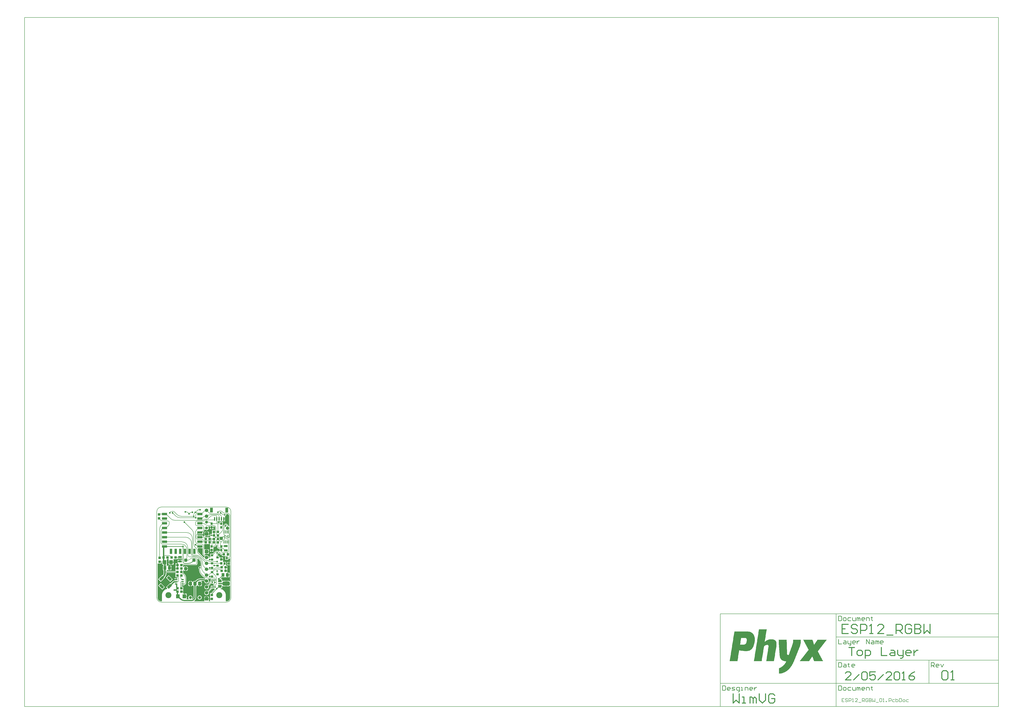
<source format=gtl>
G04 Layer_Physical_Order=1*
G04 Layer_Color=48896*
%FSLAX25Y25*%
%MOIN*%
G70*
G01*
G75*
%ADD10C,0.00591*%
%ADD11C,0.00787*%
%ADD12C,0.00984*%
%ADD13C,0.01969*%
%ADD14C,0.02756*%
%ADD15C,0.02362*%
%ADD16R,0.04331X0.03937*%
%ADD17R,0.03937X0.04331*%
G04:AMPARAMS|DCode=18|XSize=78.74mil|YSize=43.31mil|CornerRadius=0mil|HoleSize=0mil|Usage=FLASHONLY|Rotation=135.000|XOffset=0mil|YOffset=0mil|HoleType=Round|Shape=Rectangle|*
%AMROTATEDRECTD18*
4,1,4,0.04315,-0.01253,0.01253,-0.04315,-0.04315,0.01253,-0.01253,0.04315,0.04315,-0.01253,0.0*
%
%ADD18ROTATEDRECTD18*%

G04:AMPARAMS|DCode=19|XSize=43.31mil|YSize=78.74mil|CornerRadius=0mil|HoleSize=0mil|Usage=FLASHONLY|Rotation=135.000|XOffset=0mil|YOffset=0mil|HoleType=Round|Shape=Rectangle|*
%AMROTATEDRECTD19*
4,1,4,0.04315,0.01253,-0.01253,-0.04315,-0.04315,-0.01253,0.01253,0.04315,0.04315,0.01253,0.0*
%
%ADD19ROTATEDRECTD19*%

%ADD20R,0.03937X0.03347*%
%ADD21R,0.03937X0.03347*%
%ADD22R,0.03347X0.03937*%
%ADD23R,0.03347X0.03937*%
%ADD24R,0.03937X0.02362*%
%ADD25R,0.06299X0.07087*%
%ADD26R,0.02362X0.06102*%
%ADD27R,0.04724X0.07874*%
%ADD28R,0.02362X0.01181*%
%ADD29R,0.01575X0.05315*%
%ADD30R,0.05906X0.03543*%
%ADD31R,0.03937X0.08858*%
%ADD32R,0.08858X0.03937*%
G04:AMPARAMS|DCode=33|XSize=74.8mil|YSize=125.98mil|CornerRadius=0mil|HoleSize=0mil|Usage=FLASHONLY|Rotation=90.000|XOffset=0mil|YOffset=0mil|HoleType=Round|Shape=Octagon|*
%AMOCTAGOND33*
4,1,8,-0.06299,-0.01870,-0.06299,0.01870,-0.04429,0.03740,0.04429,0.03740,0.06299,0.01870,0.06299,-0.01870,0.04429,-0.03740,-0.04429,-0.03740,-0.06299,-0.01870,0.0*
%
%ADD33OCTAGOND33*%

%ADD34R,0.05512X0.02362*%
%ADD35R,0.07087X0.02362*%
%ADD36R,0.01181X0.03150*%
%ADD37R,0.05906X0.02756*%
%ADD38R,0.03543X0.03937*%
%ADD39R,0.05118X0.05906*%
%ADD40C,0.01575*%
%ADD41C,0.01181*%
%ADD42C,0.05512*%
G04:AMPARAMS|DCode=43|XSize=55.12mil|YSize=55.12mil|CornerRadius=13.78mil|HoleSize=0mil|Usage=FLASHONLY|Rotation=90.000|XOffset=0mil|YOffset=0mil|HoleType=Round|Shape=RoundedRectangle|*
%AMROUNDEDRECTD43*
21,1,0.05512,0.02756,0,0,90.0*
21,1,0.02756,0.05512,0,0,90.0*
1,1,0.02756,0.01378,0.01378*
1,1,0.02756,0.01378,-0.01378*
1,1,0.02756,-0.01378,-0.01378*
1,1,0.02756,-0.01378,0.01378*
%
%ADD43ROUNDEDRECTD43*%
%ADD44R,0.05906X0.05906*%
%ADD45C,0.05906*%
G04:AMPARAMS|DCode=46|XSize=66.93mil|YSize=55.12mil|CornerRadius=13.78mil|HoleSize=0mil|Usage=FLASHONLY|Rotation=90.000|XOffset=0mil|YOffset=0mil|HoleType=Round|Shape=RoundedRectangle|*
%AMROUNDEDRECTD46*
21,1,0.06693,0.02756,0,0,90.0*
21,1,0.03937,0.05512,0,0,90.0*
1,1,0.02756,0.01378,0.01969*
1,1,0.02756,0.01378,-0.01969*
1,1,0.02756,-0.01378,-0.01969*
1,1,0.02756,-0.01378,0.01969*
%
%ADD46ROUNDEDRECTD46*%
%ADD47C,0.05118*%
%ADD48C,0.10236*%
%ADD49C,0.02756*%
G36*
X9055Y63386D02*
X11609D01*
Y62008D01*
X10433D01*
Y54134D01*
X11609D01*
Y48946D01*
X11612Y48906D01*
X11596Y48541D01*
X11543Y48138D01*
X11455Y47742D01*
X11333Y47355D01*
X11177Y46979D01*
X10990Y46619D01*
X10772Y46277D01*
X10568Y46012D01*
X10495Y45951D01*
X9361Y45827D01*
X9335Y45853D01*
X2376Y38893D01*
X6830Y34439D01*
X13789Y41399D01*
X13236Y41952D01*
X13595Y42311D01*
X13596Y42311D01*
X14015Y42759D01*
X14404Y43233D01*
X14762Y43733D01*
X15086Y44254D01*
X15376Y44796D01*
X15629Y45355D01*
X15846Y45930D01*
X16024Y46518D01*
X16163Y47116D01*
X16263Y47722D01*
X16323Y48333D01*
X16343Y48945D01*
X16344Y48946D01*
Y49700D01*
X31890D01*
Y48229D01*
X31890D01*
Y48229D01*
X31890D01*
Y42323D01*
X35134D01*
Y40354D01*
X33465D01*
Y38189D01*
X32972D01*
Y37697D01*
X30020D01*
Y36583D01*
X29714Y36547D01*
X29265Y36458D01*
X28825Y36334D01*
X28396Y36175D01*
X27980Y35984D01*
X27581Y35760D01*
X27200Y35506D01*
X26841Y35223D01*
X26510Y34916D01*
X26505Y34912D01*
X23391Y31798D01*
X22698Y32490D01*
X15738Y25530D01*
X17798Y23471D01*
X17771Y23056D01*
X17468Y22409D01*
X17093Y22328D01*
X16463Y22152D01*
X15844Y21939D01*
X15240Y21689D01*
X14651Y21402D01*
X14081Y21081D01*
X13532Y20725D01*
X13005Y20338D01*
X12502Y19919D01*
X12026Y19470D01*
X11577Y18994D01*
X11158Y18491D01*
X10771Y17964D01*
X10415Y17415D01*
X10094Y16845D01*
X9808Y16256D01*
X9557Y15652D01*
X9344Y15033D01*
X9168Y14403D01*
X9031Y13763D01*
X8932Y13117D01*
X8873Y12465D01*
X8853Y11811D01*
X8873Y11157D01*
X8876Y11129D01*
X8873Y11118D01*
X8854Y10925D01*
Y1382D01*
X7874D01*
X7839Y1379D01*
X7364Y1398D01*
X6858Y1458D01*
X6358Y1558D01*
X5867Y1696D01*
X5388Y1873D01*
X4925Y2086D01*
X4480Y2335D01*
X4056Y2619D01*
X3655Y2935D01*
X3281Y3281D01*
X2935Y3655D01*
X2619Y4056D01*
X2335Y4480D01*
X2086Y4925D01*
X1873Y5388D01*
X1696Y5867D01*
X1558Y6358D01*
X1458Y6858D01*
X1398Y7364D01*
X1379Y7839D01*
X1382Y7874D01*
Y64613D01*
X1968Y65355D01*
X7874D01*
Y67221D01*
X9055D01*
Y63386D01*
D02*
G37*
G36*
X91929Y36856D02*
X91911Y36835D01*
X91901Y36826D01*
X89946Y34871D01*
X89946Y34872D01*
X89704Y34606D01*
X89491Y34317D01*
X89490Y34317D01*
X89306Y34009D01*
X89152Y33684D01*
X89031Y33346D01*
X88944Y32998D01*
X88944Y32997D01*
X88891Y32642D01*
X88873Y32283D01*
X88550Y31433D01*
X88513Y31389D01*
X88500Y31378D01*
X88499Y31377D01*
X88498Y31376D01*
X87282Y30160D01*
X87281Y30160D01*
X86370Y29248D01*
X86154Y29350D01*
X85790Y29481D01*
X85415Y29575D01*
X85032Y29632D01*
X84646Y29650D01*
X84259Y29632D01*
X83877Y29575D01*
X83501Y29481D01*
X83137Y29350D01*
X82788Y29185D01*
X82456Y28986D01*
X82145Y28756D01*
X81858Y28496D01*
X81599Y28209D01*
X81368Y27899D01*
X81169Y27567D01*
X81004Y27217D01*
X80874Y26853D01*
X80780Y26478D01*
X80723Y26095D01*
X80704Y25709D01*
X80723Y25322D01*
X80780Y24940D01*
X80874Y24564D01*
X81004Y24200D01*
X81169Y23851D01*
X81368Y23519D01*
X81599Y23208D01*
X81858Y22921D01*
X82145Y22662D01*
X82456Y22431D01*
X82788Y22232D01*
X83137Y22067D01*
X83501Y21937D01*
X83877Y21843D01*
X84259Y21786D01*
X84646Y21767D01*
X85032Y21786D01*
X85415Y21843D01*
X85790Y21937D01*
X86154Y22067D01*
X86504Y22232D01*
X86836Y22431D01*
X87146Y22662D01*
X87433Y22921D01*
X87693Y23208D01*
X87923Y23519D01*
X88122Y23851D01*
X88287Y24200D01*
X88418Y24564D01*
X88512Y24940D01*
X88568Y25322D01*
X88587Y25709D01*
X88568Y26095D01*
X88512Y26478D01*
X88418Y26853D01*
X88287Y27217D01*
X88185Y27433D01*
X89096Y28344D01*
X89097Y28344D01*
X90313Y29561D01*
X90314Y29561D01*
X90568Y29841D01*
X90647Y29948D01*
X90667Y29972D01*
X90672Y29977D01*
X90679Y29986D01*
X90684Y29991D01*
X90707Y30028D01*
X90792Y30144D01*
X90793Y30144D01*
X90987Y30468D01*
X91149Y30810D01*
X91276Y31166D01*
X91368Y31532D01*
X91368Y31532D01*
X91416Y31858D01*
X91559Y31958D01*
X92421Y32184D01*
X92653Y31980D01*
X92911Y31808D01*
X93189Y31671D01*
X93482Y31572D01*
X93786Y31511D01*
X94095Y31491D01*
X94403Y31511D01*
X94707Y31572D01*
X95000Y31671D01*
X95173Y31756D01*
X95589Y31619D01*
X96085Y31318D01*
X96157Y31231D01*
Y27953D01*
X95866D01*
Y25394D01*
Y22835D01*
X98253D01*
X98660Y21850D01*
X94288Y17478D01*
X94288Y17478D01*
X94286Y17476D01*
X94277Y17465D01*
X94030Y17196D01*
X93798Y16894D01*
X93593Y16572D01*
X93417Y16234D01*
X93271Y15882D01*
X93157Y15518D01*
X93120Y15355D01*
X90551D01*
Y9055D01*
X90551D01*
Y8662D01*
X90551D01*
Y6004D01*
X93504D01*
Y5020D01*
X90551D01*
Y2362D01*
X90551D01*
X90541Y1382D01*
X89406D01*
X88583Y1772D01*
X88583Y2366D01*
Y5217D01*
X84646D01*
X80709D01*
Y2366D01*
X80709Y1772D01*
X79886Y1382D01*
X64090D01*
X63782Y2366D01*
X63934Y2472D01*
X64350Y2808D01*
X64742Y3172D01*
X65106Y3563D01*
X65441Y3979D01*
X65746Y4418D01*
X66018Y4877D01*
X66258Y5355D01*
X66435Y5783D01*
X66438Y5790D01*
X66440Y5796D01*
X66462Y5849D01*
X66631Y6356D01*
X66763Y6874D01*
X66858Y7399D01*
X66915Y7931D01*
X66934Y8465D01*
X66933D01*
Y27237D01*
X66951Y27241D01*
X67244Y27340D01*
X67522Y27477D01*
X67780Y27650D01*
X68012Y27854D01*
X68217Y28087D01*
X68352Y28289D01*
X68504Y28344D01*
X69292D01*
X69443Y28289D01*
X69579Y28087D01*
X69783Y27854D01*
X70016Y27650D01*
X70273Y27477D01*
X70551Y27340D01*
X70844Y27241D01*
X71148Y27180D01*
X71457Y27160D01*
X72342D01*
Y31496D01*
X72835D01*
Y31988D01*
X76580D01*
Y33465D01*
X76560Y33774D01*
X76499Y34077D01*
X76400Y34370D01*
X76263Y34648D01*
X76091Y34906D01*
X75886Y35138D01*
X75780Y35232D01*
X75841Y35694D01*
X76118Y36216D01*
X78658D01*
X78697Y36219D01*
X79168Y36200D01*
X79675Y36140D01*
X80175Y36041D01*
X80666Y35902D01*
X80713Y35885D01*
X80704Y35709D01*
X80723Y35322D01*
X80780Y34940D01*
X80874Y34564D01*
X81004Y34200D01*
X81169Y33850D01*
X81368Y33519D01*
X81599Y33208D01*
X81858Y32921D01*
X82145Y32662D01*
X82456Y32431D01*
X82788Y32232D01*
X83137Y32067D01*
X83501Y31937D01*
X83877Y31843D01*
X84259Y31786D01*
X84646Y31767D01*
X85032Y31786D01*
X85415Y31843D01*
X85790Y31937D01*
X86154Y32067D01*
X86504Y32232D01*
X86836Y32431D01*
X87146Y32662D01*
X87433Y32921D01*
X87693Y33208D01*
X87923Y33519D01*
X88122Y33850D01*
X88287Y34200D01*
X88418Y34564D01*
X88512Y34940D01*
X88568Y35322D01*
X88587Y35709D01*
X88568Y36095D01*
X88512Y36478D01*
X88418Y36853D01*
X88287Y37217D01*
X88122Y37567D01*
X87923Y37899D01*
X87693Y38209D01*
X87433Y38496D01*
X87233Y38677D01*
X87259Y38993D01*
X87577Y39661D01*
X91929D01*
Y36856D01*
D02*
G37*
G36*
X90551Y97638D02*
Y92323D01*
X90551Y91732D01*
X90551Y90748D01*
Y88878D01*
X96063D01*
Y90748D01*
X96063Y91339D01*
X96063Y92580D01*
X96457Y93401D01*
X96900Y93420D01*
X97339Y93478D01*
X97340Y93478D01*
X97403Y93492D01*
X97773Y93574D01*
X98196Y93707D01*
X98606Y93877D01*
X98999Y94082D01*
X99318Y94285D01*
X99373Y94320D01*
X99374Y94321D01*
X99725Y94590D01*
X100052Y94890D01*
X100052Y94890D01*
X100348Y95210D01*
X100617Y95553D01*
X100860Y95915D01*
X101073Y96295D01*
X101255Y96691D01*
X101406Y97100D01*
X101473Y97337D01*
X102457Y97201D01*
Y93945D01*
X102457Y93945D01*
X102473Y93621D01*
X102520Y93301D01*
X102520Y93301D01*
X102599Y92987D01*
X102708Y92682D01*
X102847Y92390D01*
X103013Y92112D01*
X103206Y91852D01*
X103423Y91612D01*
X103422Y91611D01*
X103711Y91350D01*
X104024Y91118D01*
X104025Y91118D01*
X104167Y91032D01*
X104167Y91032D01*
X104168Y91031D01*
X104359Y90917D01*
X104711Y90750D01*
X105078Y90619D01*
X105295Y90565D01*
X105457Y90524D01*
X105457Y90524D01*
X105842Y90467D01*
X106232Y90448D01*
X106693Y89655D01*
Y88878D01*
X109449D01*
Y87894D01*
X106693D01*
Y87079D01*
X106568Y86918D01*
X105709Y86484D01*
X105658Y86509D01*
X105219Y86691D01*
X104768Y86841D01*
X104308Y86958D01*
X103840Y87043D01*
X103367Y87094D01*
X102892Y87111D01*
X102756Y87111D01*
X102258Y87093D01*
X101762Y87040D01*
X101271Y86951D01*
X100788Y86828D01*
X100314Y86670D01*
X99853Y86479D01*
X99407Y86256D01*
X98978Y86001D01*
X98569Y85717D01*
X98180Y85404D01*
X97912Y85154D01*
X97818Y85066D01*
X97815Y85064D01*
X97816Y85064D01*
X97816Y85064D01*
X94937Y82185D01*
X90748D01*
Y78390D01*
X89350Y76992D01*
X88368D01*
X88287Y77217D01*
X88122Y77567D01*
X87923Y77899D01*
X87693Y78209D01*
X87433Y78496D01*
X87146Y78756D01*
X86836Y78986D01*
X86504Y79185D01*
X86154Y79350D01*
X85790Y79481D01*
X85415Y79575D01*
X85032Y79631D01*
X84646Y79650D01*
X84259Y79631D01*
X83877Y79575D01*
X83501Y79481D01*
X83137Y79350D01*
X82921Y79248D01*
X81382Y80787D01*
X81790Y81772D01*
X84154D01*
Y85709D01*
Y89646D01*
X81402D01*
X80709Y89646D01*
X80417Y90509D01*
Y96687D01*
X80418Y96687D01*
X80401Y96982D01*
X80352Y97272D01*
X80352Y97272D01*
X80303Y97441D01*
X80441Y97814D01*
X80740Y98266D01*
X80951Y98426D01*
X86418D01*
Y98426D01*
X86811D01*
Y98426D01*
X90077D01*
X90551Y97638D01*
D02*
G37*
G36*
X73819Y91536D02*
X77850D01*
Y81221D01*
X77866Y81020D01*
X77913Y80824D01*
X77990Y80638D01*
X78096Y80466D01*
X78226Y80313D01*
X81106Y77433D01*
X81004Y77217D01*
X80874Y76853D01*
X80780Y76478D01*
X80732Y76158D01*
X80575Y76048D01*
X79722Y75776D01*
X71253Y84245D01*
X71252Y84246D01*
X71251Y84247D01*
X71229Y84265D01*
X70975Y84543D01*
X70727Y84866D01*
X70508Y85210D01*
X70320Y85571D01*
X70164Y85948D01*
X70042Y86336D01*
X69954Y86734D01*
X69900Y87138D01*
X69892Y87332D01*
X69886Y88314D01*
X69868Y88739D01*
X69812Y89161D01*
X69812Y89162D01*
X69791Y89258D01*
X69720Y89578D01*
X69592Y89984D01*
X69429Y90377D01*
X69339Y90551D01*
X69567Y91145D01*
X69902Y91536D01*
X72835D01*
Y94488D01*
X73819D01*
Y91536D01*
D02*
G37*
G36*
X70243Y73588D02*
X70625Y73233D01*
X70647Y73207D01*
X72148Y71706D01*
X72172Y71686D01*
X72540Y71292D01*
X72902Y70851D01*
X73235Y70388D01*
X73536Y69903D01*
X73805Y69400D01*
X74041Y68880D01*
X74242Y68346D01*
X74407Y67800D01*
X74537Y67244D01*
X74630Y66681D01*
X74686Y66113D01*
X74703Y65574D01*
X74701Y65543D01*
Y61371D01*
X74557Y61163D01*
X74005Y60769D01*
X73716Y60677D01*
X73537Y60713D01*
X73228Y60733D01*
X72919Y60713D01*
X72616Y60653D01*
X72322Y60553D01*
X72045Y60416D01*
X71787Y60244D01*
X71554Y60040D01*
X71350Y59807D01*
X71178Y59550D01*
X71041Y59272D01*
X70942Y58979D01*
X70881Y58675D01*
X70861Y58366D01*
X70881Y58057D01*
X70942Y57753D01*
X71041Y57460D01*
X71178Y57183D01*
X71350Y56925D01*
X71554Y56692D01*
X71787Y56488D01*
X71945Y56383D01*
Y54536D01*
X71944D01*
X71962Y53903D01*
X72015Y53272D01*
X72104Y52646D01*
X72227Y52025D01*
X72385Y51412D01*
X72578Y50809D01*
X72803Y50218D01*
X73062Y49640D01*
X73352Y49078D01*
X73674Y48532D01*
X74026Y48006D01*
X74406Y47500D01*
X74814Y47017D01*
X75249Y46557D01*
X75250Y46557D01*
X78841Y42966D01*
X78840Y42966D01*
X79300Y42531D01*
X79784Y42123D01*
X80290Y41742D01*
X80816Y41390D01*
X81361Y41069D01*
X81923Y40778D01*
X82073Y40712D01*
X82260Y40396D01*
X82199Y39751D01*
X82142Y39608D01*
X82061Y39587D01*
X81764Y39689D01*
X81156Y39859D01*
X80540Y39991D01*
X79916Y40086D01*
X79288Y40143D01*
X78658Y40162D01*
Y40162D01*
X74356D01*
Y40162D01*
X73720Y40144D01*
X73085Y40091D01*
X72455Y40002D01*
X71831Y39877D01*
X71214Y39718D01*
X70608Y39525D01*
X70013Y39298D01*
X69432Y39038D01*
X68866Y38746D01*
X68318Y38423D01*
X67789Y38069D01*
X67280Y37686D01*
X66794Y37275D01*
X66331Y36838D01*
X66331Y36838D01*
X65325Y35832D01*
X63583D01*
X63274Y35812D01*
X62970Y35751D01*
X62677Y35652D01*
X62399Y35515D01*
X62142Y35343D01*
X61909Y35138D01*
X61705Y34906D01*
X61569Y34703D01*
X61418Y34648D01*
X60630D01*
X60478Y34703D01*
X60343Y34906D01*
X60138Y35138D01*
X59906Y35343D01*
X59648Y35515D01*
X59370Y35652D01*
X59077Y35751D01*
X58774Y35812D01*
X58465Y35832D01*
X57579D01*
Y31496D01*
Y27160D01*
X58465D01*
X58774Y27180D01*
X59077Y27241D01*
X59370Y27340D01*
X59648Y27477D01*
X59906Y27650D01*
X60138Y27854D01*
X60343Y28087D01*
X60478Y28289D01*
X60630Y28344D01*
X61418D01*
X61569Y28289D01*
X61705Y28087D01*
X61909Y27854D01*
X62142Y27650D01*
X62399Y27477D01*
X62677Y27340D01*
X62970Y27241D01*
X62988Y27237D01*
Y8465D01*
X62990Y8435D01*
X62974Y8117D01*
X62923Y7773D01*
X62839Y7436D01*
X62766Y7232D01*
X62722Y7109D01*
X62573Y6795D01*
X62394Y6497D01*
X62187Y6217D01*
X61954Y5960D01*
X61696Y5726D01*
X61417Y5519D01*
X61119Y5340D01*
X61082Y5323D01*
X60869Y5438D01*
X60215Y6202D01*
X60364Y6516D01*
X60481Y6844D01*
X60566Y7182D01*
X60617Y7526D01*
X60634Y7874D01*
X60617Y8222D01*
X60566Y8566D01*
X60481Y8904D01*
X60364Y9232D01*
X60215Y9546D01*
X60036Y9845D01*
X59829Y10125D01*
X59595Y10383D01*
X59337Y10616D01*
X59057Y10824D01*
X58759Y11003D01*
X58444Y11152D01*
X58116Y11269D01*
X57779Y11353D01*
X57434Y11405D01*
X57087Y11422D01*
X56739Y11405D01*
X56394Y11353D01*
X56057Y11269D01*
X55729Y11152D01*
X55414Y11003D01*
X55116Y10824D01*
X54836Y10616D01*
X54578Y10383D01*
X54344Y10125D01*
X54137Y9845D01*
X53958Y9546D01*
X53809Y9232D01*
X53692Y8904D01*
X53607Y8566D01*
X53556Y8222D01*
X53539Y7874D01*
X53556Y7526D01*
X53607Y7182D01*
X53692Y6844D01*
X53809Y6516D01*
X53958Y6202D01*
X54137Y5903D01*
X53803Y5080D01*
X53649Y4925D01*
X51807D01*
X50984Y5315D01*
Y9350D01*
X46850D01*
Y9843D01*
X46358D01*
Y14370D01*
X45703D01*
X44882Y14764D01*
X44882Y15354D01*
Y17225D01*
X41733D01*
Y18209D01*
X44882D01*
Y19685D01*
X44882Y20670D01*
X44882Y21654D01*
Y26575D01*
X41835D01*
Y28543D01*
X46752D01*
Y29441D01*
X46821Y29445D01*
X47181Y29506D01*
X47531Y29607D01*
X47868Y29746D01*
X48188Y29923D01*
X48485Y30134D01*
X48757Y30377D01*
X49000Y30649D01*
X49211Y30946D01*
X49388Y31266D01*
X49527Y31603D01*
X49628Y31953D01*
X49628Y31954D01*
X49689Y32313D01*
X49710Y32677D01*
X49709D01*
Y41705D01*
X49710D01*
X49689Y42276D01*
X49628Y42845D01*
X49527Y43407D01*
X49386Y43960D01*
X49205Y44503D01*
X48987Y45031D01*
X48731Y45542D01*
X48439Y46033D01*
X48113Y46502D01*
X47755Y46947D01*
X47365Y47365D01*
X46669Y48061D01*
X44882Y49847D01*
Y53651D01*
X45487Y53946D01*
X45867Y53982D01*
X45979Y53853D01*
X46212Y53649D01*
X46470Y53477D01*
X46747Y53340D01*
X47041Y53241D01*
X47344Y53180D01*
X47653Y53160D01*
X48539D01*
Y56905D01*
Y60650D01*
X47653D01*
X47344Y60630D01*
X47041Y60570D01*
X46747Y60470D01*
X46470Y60333D01*
X46212Y60161D01*
X45979Y59957D01*
X45866Y59828D01*
X45341Y59877D01*
X45183Y59933D01*
X44882Y60158D01*
X44882Y61023D01*
Y62693D01*
X65945D01*
X65945Y62692D01*
X66297Y62712D01*
X66645Y62771D01*
X66645Y62771D01*
X66985Y62869D01*
X67311Y63004D01*
X67620Y63174D01*
X67908Y63379D01*
X68171Y63614D01*
X68406Y63877D01*
X68611Y64165D01*
X68781Y64474D01*
X68916Y64800D01*
X69014Y65140D01*
X69014Y65140D01*
X69073Y65488D01*
X69093Y65840D01*
X69092D01*
Y73137D01*
X69084Y73243D01*
X69458Y73627D01*
X69595Y73697D01*
X69960Y73817D01*
X70243Y73588D01*
D02*
G37*
G36*
X105766Y83367D02*
X105786Y83345D01*
X107265Y81865D01*
X107961Y81169D01*
X108257Y80897D01*
X108576Y80653D01*
X108576Y80652D01*
X108699Y80574D01*
X108916Y80436D01*
X109272Y80251D01*
X109644Y80097D01*
X110027Y79976D01*
X110420Y79889D01*
X110819Y79836D01*
X110827Y79836D01*
Y78150D01*
X115419D01*
X116240Y77756D01*
Y71850D01*
X121555D01*
Y73435D01*
X121675Y73440D01*
X122086Y73501D01*
X122489Y73602D01*
X122880Y73742D01*
X123256Y73920D01*
X123512Y74074D01*
X123612Y74134D01*
X123613Y74134D01*
X123618Y74138D01*
X124519Y73743D01*
X124602Y73650D01*
Y68307D01*
X123130D01*
Y65354D01*
Y62402D01*
X124602D01*
Y35542D01*
X123693Y35166D01*
X122638Y36220D01*
X118209D01*
Y31496D01*
Y26772D01*
X122638D01*
X123693Y27827D01*
X124602Y27450D01*
Y7874D01*
X124605Y7839D01*
X124586Y7364D01*
X124526Y6858D01*
X124427Y6358D01*
X124288Y5867D01*
X124112Y5388D01*
X123898Y4925D01*
X123649Y4480D01*
X123366Y4056D01*
X123050Y3655D01*
X122704Y3281D01*
X122329Y2935D01*
X121928Y2619D01*
X121504Y2335D01*
X121059Y2086D01*
X120596Y1873D01*
X120118Y1696D01*
X119627Y1558D01*
X119126Y1458D01*
X118620Y1398D01*
X118146Y1379D01*
X118110Y1382D01*
X117131D01*
Y10925D01*
X117112Y11118D01*
X117109Y11129D01*
X117111Y11157D01*
X117131Y11811D01*
X117111Y12465D01*
X117052Y13117D01*
X116954Y13763D01*
X116816Y14403D01*
X116640Y15033D01*
X116427Y15652D01*
X116177Y16256D01*
X115890Y16845D01*
X115569Y17415D01*
X115214Y17964D01*
X114826Y18491D01*
X114407Y18994D01*
X113958Y19470D01*
X113482Y19919D01*
X112979Y20338D01*
X112452Y20725D01*
X111903Y21081D01*
X111333Y21402D01*
X110745Y21689D01*
X110140Y21939D01*
X109522Y22152D01*
X108891Y22328D01*
X108365Y22441D01*
X108470Y23425D01*
X110827D01*
Y25394D01*
X111024D01*
Y27257D01*
X111933Y27634D01*
X112795Y26772D01*
X117224D01*
Y31496D01*
Y36220D01*
X112795D01*
X111933Y35358D01*
X111024Y35735D01*
Y37598D01*
X110827D01*
Y39567D01*
X109089D01*
X108712Y40476D01*
X110559Y42323D01*
X115354D01*
X115945Y42323D01*
X116929Y42323D01*
X119390D01*
Y46260D01*
X119882D01*
Y46752D01*
X123425D01*
Y50197D01*
X120866D01*
X119882Y50197D01*
X119882Y51181D01*
Y52658D01*
X116733D01*
Y53642D01*
X119882D01*
Y55118D01*
X119882Y56103D01*
X119882Y57087D01*
Y58563D01*
X116733D01*
Y59548D01*
X119882D01*
Y61458D01*
X119942Y62037D01*
X120703Y62402D01*
X122146D01*
Y64862D01*
X119980D01*
Y62952D01*
X119920Y62373D01*
X119159Y62008D01*
X118636D01*
X117815Y62402D01*
Y68307D01*
X112500D01*
X112401Y69095D01*
X112401Y70079D01*
Y72146D01*
X109449D01*
Y72638D01*
X108956D01*
Y75788D01*
X107087D01*
X106496Y75788D01*
X106102Y76609D01*
Y78445D01*
X103744D01*
Y81547D01*
X103803Y81586D01*
X104036Y81791D01*
X104240Y82024D01*
X104412Y82281D01*
X104549Y82559D01*
X104649Y82852D01*
X104677Y82995D01*
X104984Y83230D01*
X105703Y83424D01*
X105766Y83367D01*
D02*
G37*
G36*
X43007Y71850D02*
X39862D01*
Y69095D01*
X39370D01*
Y68602D01*
X35433D01*
Y66929D01*
X35433Y66339D01*
X34612Y65945D01*
X31889D01*
Y63484D01*
X35039D01*
Y62500D01*
X31889D01*
Y61023D01*
X31889Y60039D01*
X31889Y59055D01*
Y57578D01*
X35039D01*
Y56594D01*
X31889D01*
Y54133D01*
X31890D01*
Y52662D01*
X16848D01*
X16552Y53647D01*
X17040Y54134D01*
X17520D01*
X18504Y54134D01*
X20965D01*
Y58071D01*
Y62008D01*
X18504D01*
X17913Y62008D01*
X17040Y62008D01*
X16646Y62402D01*
X17054Y63386D01*
X17323D01*
Y72441D01*
X18144Y72834D01*
X19257D01*
X20079Y72441D01*
X20079Y71850D01*
Y68405D01*
X24213D01*
X28346D01*
Y71851D01*
X28346Y72014D01*
X28613Y72569D01*
X29168Y72835D01*
X35040D01*
Y72998D01*
X35433Y73819D01*
X43007D01*
Y71850D01*
D02*
G37*
G36*
X120157Y149390D02*
X120502Y149331D01*
X120839Y149234D01*
X121163Y149100D01*
X121470Y148930D01*
X121756Y148727D01*
X122017Y148494D01*
X122251Y148232D01*
X122454Y147946D01*
X122623Y147640D01*
X122757Y147316D01*
X122854Y146979D01*
X122913Y146633D01*
X122931Y146313D01*
X122929Y146283D01*
Y129359D01*
X122587Y129068D01*
X121962Y128839D01*
X121363Y129528D01*
X121344Y129858D01*
X121289Y130183D01*
X121289Y130183D01*
X121197Y130501D01*
X121071Y130806D01*
X120911Y131096D01*
X120911Y131096D01*
X120720Y131365D01*
X120500Y131612D01*
X119805Y132305D01*
X119802Y132308D01*
X119586Y132502D01*
X119345Y132672D01*
X119345Y132672D01*
X119087Y132815D01*
X119087Y132815D01*
X119040Y132834D01*
X118862Y132908D01*
X118815Y132928D01*
X118815Y132928D01*
X118532Y133009D01*
X118531Y133009D01*
X118241Y133059D01*
X117947Y133075D01*
Y133075D01*
X116535D01*
X116535Y133075D01*
X116245Y133059D01*
X115958Y133010D01*
X115957Y133010D01*
X115678Y132929D01*
X115678Y132929D01*
X115621Y132906D01*
X115465Y132841D01*
X115409Y132818D01*
X115409Y132818D01*
X115154Y132677D01*
X115154Y132677D01*
X114916Y132508D01*
X114699Y132314D01*
X114003Y131618D01*
X113189Y130804D01*
X112205Y131212D01*
Y136024D01*
X106693D01*
Y134453D01*
X103252D01*
Y137303D01*
X113287D01*
Y141339D01*
X113779D01*
Y141831D01*
X115945D01*
Y144904D01*
X115945Y145374D01*
X116647Y146054D01*
X116795Y146153D01*
X117028Y146358D01*
X117232Y146590D01*
X117404Y146848D01*
X117541Y147126D01*
X117641Y147419D01*
X117701Y147722D01*
X117722Y148031D01*
X117701Y148340D01*
X117685Y148421D01*
X118056Y149096D01*
X118274Y149333D01*
X118408Y149405D01*
X119807D01*
X119837Y149408D01*
X120157Y149390D01*
D02*
G37*
G36*
X97659Y128626D02*
X97874Y128583D01*
X98081Y128513D01*
X98277Y128416D01*
X98459Y128295D01*
X98623Y128151D01*
X98767Y127986D01*
X98889Y127804D01*
X98985Y127608D01*
X99056Y127401D01*
X99098Y127187D01*
X99111Y126985D01*
X99110Y126969D01*
Y122048D01*
X93898D01*
Y116227D01*
X93775Y116061D01*
X93403Y115817D01*
X92914Y115613D01*
X92739Y115672D01*
X92435Y115733D01*
X92126Y115753D01*
X91817Y115733D01*
X91513Y115672D01*
X91220Y115573D01*
X90942Y115436D01*
X90685Y115264D01*
X90452Y115060D01*
X90248Y114827D01*
X90076Y114569D01*
X89939Y114292D01*
X89839Y113998D01*
X89779Y113695D01*
X89759Y113386D01*
X89779Y113077D01*
X89839Y112773D01*
X89939Y112480D01*
X90076Y112202D01*
X90248Y111945D01*
X90452Y111712D01*
X90685Y111508D01*
X90942Y111336D01*
X91220Y111199D01*
X90995Y110236D01*
X86811D01*
Y110236D01*
X86417D01*
Y110236D01*
X82452D01*
X81962Y110855D01*
X82364Y111772D01*
X84153D01*
Y115217D01*
X80709D01*
Y112550D01*
X80702Y112517D01*
X80355Y111713D01*
X79788Y111618D01*
X78740D01*
Y113189D01*
X69316D01*
X69252Y113227D01*
X69050Y113447D01*
X68964Y114246D01*
X68950Y114379D01*
X69728Y115157D01*
X78740D01*
Y118793D01*
X79254Y119565D01*
X79556Y119890D01*
X79830Y120239D01*
X79830Y120239D01*
X79868Y120295D01*
X80077Y120608D01*
X80294Y120995D01*
X80480Y121398D01*
X80633Y121815D01*
X80754Y122242D01*
X80827Y122611D01*
X80840Y122677D01*
X80840Y122678D01*
X80892Y123118D01*
X80895Y123192D01*
X81891Y123474D01*
X81903Y123458D01*
X82137Y123200D01*
X82395Y122966D01*
X82675Y122759D01*
X82973Y122580D01*
X83288Y122431D01*
X83616Y122314D01*
X83954Y122229D01*
X84298Y122178D01*
X84646Y122161D01*
X84993Y122178D01*
X85338Y122229D01*
X85676Y122314D01*
X86003Y122431D01*
X86318Y122580D01*
X86617Y122759D01*
X86896Y122966D01*
X87154Y123200D01*
X87388Y123458D01*
X87595Y123738D01*
X87774Y124036D01*
X87923Y124351D01*
X88041Y124679D01*
X88125Y125017D01*
X88176Y125361D01*
X88193Y125709D01*
X88176Y126056D01*
X88125Y126401D01*
X88041Y126739D01*
X87923Y127066D01*
X87774Y127381D01*
X87595Y127680D01*
X87933Y128478D01*
X88101Y128638D01*
X90551D01*
Y127264D01*
X96063D01*
Y128638D01*
X97441D01*
X97458Y128639D01*
X97659Y128626D01*
D02*
G37*
%LPC*%
G36*
X20192Y45853D02*
X15738Y41399D01*
X22698Y34439D01*
X27152Y38893D01*
X20192Y45853D01*
D02*
G37*
G36*
X32480Y40354D02*
X30020D01*
Y38681D01*
X32480D01*
Y40354D01*
D02*
G37*
G36*
X52776Y56413D02*
X49523D01*
Y53160D01*
X50409D01*
X50718Y53180D01*
X51022Y53241D01*
X51315Y53340D01*
X51593Y53477D01*
X51850Y53649D01*
X52083Y53853D01*
X52287Y54086D01*
X52459Y54344D01*
X52596Y54621D01*
X52696Y54915D01*
X52756Y55218D01*
X52776Y55527D01*
Y56413D01*
D02*
G37*
G36*
X25000Y57579D02*
X21949D01*
Y54134D01*
X25000D01*
Y57579D01*
D02*
G37*
G36*
X123425Y45768D02*
X120374D01*
Y42323D01*
X123425D01*
Y45768D01*
D02*
G37*
G36*
X72835Y11422D02*
X72487Y11405D01*
X72143Y11353D01*
X71805Y11269D01*
X71477Y11152D01*
X71162Y11003D01*
X70864Y10824D01*
X70584Y10616D01*
X70326Y10383D01*
X70092Y10125D01*
X69885Y9845D01*
X69706Y9546D01*
X69557Y9232D01*
X69440Y8904D01*
X69355Y8566D01*
X69304Y8222D01*
X69287Y7874D01*
X69304Y7526D01*
X69355Y7182D01*
X69440Y6844D01*
X69557Y6516D01*
X69706Y6202D01*
X69885Y5903D01*
X70092Y5624D01*
X70326Y5365D01*
X70584Y5132D01*
X70864Y4924D01*
X71162Y4745D01*
X71477Y4597D01*
X71805Y4479D01*
X72143Y4395D01*
X72487Y4343D01*
X72835Y4326D01*
X73182Y4343D01*
X73527Y4395D01*
X73865Y4479D01*
X74192Y4597D01*
X74507Y4745D01*
X74806Y4924D01*
X75085Y5132D01*
X75343Y5365D01*
X75577Y5624D01*
X75784Y5903D01*
X75963Y6202D01*
X76112Y6516D01*
X76230Y6844D01*
X76314Y7182D01*
X76365Y7526D01*
X76382Y7874D01*
X76365Y8222D01*
X76314Y8566D01*
X76230Y8904D01*
X76112Y9232D01*
X75963Y9546D01*
X75784Y9845D01*
X75577Y10125D01*
X75343Y10383D01*
X75085Y10616D01*
X74806Y10824D01*
X74507Y11003D01*
X74192Y11152D01*
X73865Y11269D01*
X73527Y11353D01*
X73182Y11405D01*
X72835Y11422D01*
D02*
G37*
G36*
X56595Y31004D02*
X53341D01*
Y29528D01*
X53362Y29219D01*
X53422Y28915D01*
X53522Y28622D01*
X53658Y28344D01*
X53831Y28087D01*
X54035Y27854D01*
X54268Y27650D01*
X54525Y27477D01*
X54803Y27340D01*
X55096Y27241D01*
X55400Y27180D01*
X55709Y27160D01*
X56595D01*
Y31004D01*
D02*
G37*
G36*
X76580Y31004D02*
X73327D01*
Y27160D01*
X74213D01*
X74522Y27180D01*
X74825Y27241D01*
X75118Y27340D01*
X75396Y27477D01*
X75654Y27650D01*
X75886Y27854D01*
X76091Y28087D01*
X76263Y28344D01*
X76400Y28622D01*
X76499Y28915D01*
X76560Y29219D01*
X76580Y29528D01*
Y31004D01*
D02*
G37*
G36*
X6830Y32490D02*
X2376Y28036D01*
X9335Y21076D01*
X13789Y25530D01*
X6830Y32490D01*
D02*
G37*
G36*
X95079Y27953D02*
X91929D01*
Y24807D01*
X88738Y21616D01*
X88738Y21616D01*
X86370Y19248D01*
X86154Y19350D01*
X85790Y19481D01*
X85415Y19575D01*
X85032Y19631D01*
X84646Y19650D01*
X84259Y19631D01*
X83877Y19575D01*
X83501Y19481D01*
X83137Y19350D01*
X82788Y19185D01*
X82456Y18986D01*
X82145Y18756D01*
X81858Y18496D01*
X81599Y18209D01*
X81368Y17899D01*
X81169Y17567D01*
X81004Y17217D01*
X80874Y16853D01*
X80780Y16478D01*
X80723Y16095D01*
X80704Y15709D01*
X80723Y15322D01*
X80780Y14940D01*
X80874Y14564D01*
X81004Y14200D01*
X81169Y13850D01*
X81368Y13519D01*
X81599Y13208D01*
X81858Y12921D01*
X82145Y12662D01*
X82456Y12431D01*
X82788Y12232D01*
X83137Y12067D01*
X83501Y11937D01*
X83877Y11843D01*
X84259Y11786D01*
X84646Y11767D01*
X85032Y11786D01*
X85415Y11843D01*
X85790Y11937D01*
X86154Y12067D01*
X86504Y12232D01*
X86836Y12431D01*
X87146Y12662D01*
X87433Y12921D01*
X87693Y13208D01*
X87923Y13519D01*
X88122Y13850D01*
X88287Y14200D01*
X88418Y14564D01*
X88512Y14940D01*
X88568Y15322D01*
X88587Y15709D01*
X88568Y16095D01*
X88512Y16478D01*
X88418Y16853D01*
X88287Y17217D01*
X88185Y17433D01*
X90553Y19801D01*
X90553Y19801D01*
X93587Y22835D01*
X95079D01*
Y25394D01*
Y27953D01*
D02*
G37*
G36*
X84153Y9646D02*
X80709D01*
Y6201D01*
X84153D01*
Y9646D01*
D02*
G37*
G36*
X56595Y35832D02*
X55709D01*
X55400Y35812D01*
X55096Y35751D01*
X54803Y35652D01*
X54525Y35515D01*
X54268Y35343D01*
X54035Y35138D01*
X53831Y34906D01*
X53658Y34648D01*
X53522Y34370D01*
X53422Y34077D01*
X53362Y33774D01*
X53341Y33465D01*
Y31988D01*
X56595D01*
Y35832D01*
D02*
G37*
G36*
X50984Y14370D02*
X47343D01*
Y10335D01*
X50984D01*
Y14370D01*
D02*
G37*
G36*
X88583Y9646D02*
X85138D01*
Y6201D01*
X88583D01*
Y9646D01*
D02*
G37*
G36*
Y115217D02*
X85138D01*
Y111772D01*
X88583D01*
Y115217D01*
D02*
G37*
G36*
X84153Y119646D02*
X80709D01*
Y116201D01*
X84153D01*
Y119646D01*
D02*
G37*
G36*
X96063Y87894D02*
X93799D01*
Y85433D01*
X96063D01*
Y87894D01*
D02*
G37*
G36*
X85138Y89646D02*
Y86201D01*
X88583D01*
Y89646D01*
X85138D01*
D02*
G37*
G36*
X96063Y126279D02*
X93799D01*
Y123819D01*
X96063D01*
Y126279D01*
D02*
G37*
G36*
X115945Y140847D02*
X114272D01*
Y137303D01*
X115945D01*
Y140847D01*
D02*
G37*
G36*
X88583Y119646D02*
X85138D01*
Y116201D01*
X88583D01*
Y119646D01*
D02*
G37*
G36*
X92815Y126279D02*
X90551D01*
Y123819D01*
X92815D01*
Y126279D01*
D02*
G37*
G36*
Y87894D02*
X90551D01*
Y85433D01*
X92815D01*
Y87894D01*
D02*
G37*
G36*
X23720Y67421D02*
X20079D01*
Y63386D01*
X23720D01*
Y67421D01*
D02*
G37*
G36*
X28346D02*
X24705D01*
Y63386D01*
X28346D01*
Y67421D01*
D02*
G37*
G36*
X50409Y60650D02*
X49523D01*
Y57397D01*
X52776D01*
Y58283D01*
X52756Y58592D01*
X52696Y58896D01*
X52596Y59189D01*
X52459Y59467D01*
X52287Y59724D01*
X52083Y59957D01*
X51850Y60161D01*
X51593Y60333D01*
X51315Y60470D01*
X51022Y60570D01*
X50718Y60630D01*
X50409Y60650D01*
D02*
G37*
G36*
X21949Y62008D02*
Y58563D01*
X25000D01*
Y62008D01*
X21949D01*
D02*
G37*
G36*
X109941Y75788D02*
Y73130D01*
X112401D01*
Y75788D01*
X109941D01*
D02*
G37*
G36*
X88583Y85216D02*
X85138D01*
Y81772D01*
X88583D01*
Y85216D01*
D02*
G37*
G36*
X122146Y68307D02*
X119980D01*
Y65847D01*
X122146D01*
Y68307D01*
D02*
G37*
G36*
X38878Y71850D02*
X35433D01*
Y69587D01*
X38878D01*
Y71850D01*
D02*
G37*
%LPD*%
G36*
X1093521Y-64032D02*
Y-64318D01*
Y-64605D01*
Y-64891D01*
Y-65177D01*
Y-65464D01*
Y-65750D01*
Y-66036D01*
Y-66322D01*
Y-66609D01*
Y-66895D01*
Y-67181D01*
Y-67468D01*
Y-67754D01*
Y-68040D01*
Y-68327D01*
Y-68613D01*
Y-68899D01*
Y-69186D01*
Y-69472D01*
Y-69758D01*
X1093234D01*
Y-70044D01*
Y-70331D01*
Y-70617D01*
Y-70903D01*
Y-71190D01*
X1092948D01*
Y-71476D01*
Y-71762D01*
Y-72049D01*
Y-72335D01*
X1092662D01*
Y-72621D01*
Y-72908D01*
Y-73194D01*
Y-73480D01*
X1092375D01*
Y-73767D01*
Y-74053D01*
Y-74339D01*
X1092089D01*
Y-74625D01*
Y-74912D01*
Y-75198D01*
X1091803D01*
Y-75485D01*
Y-75771D01*
Y-76057D01*
X1091516D01*
Y-76343D01*
Y-76630D01*
Y-76916D01*
X1091230D01*
Y-77202D01*
Y-77489D01*
X1090944D01*
Y-77775D01*
Y-78061D01*
X1090657D01*
Y-78348D01*
Y-78634D01*
Y-78920D01*
X1090371D01*
Y-79207D01*
Y-79493D01*
X1090085D01*
Y-79779D01*
Y-80066D01*
Y-80352D01*
X1089799D01*
Y-80638D01*
Y-80924D01*
X1089512D01*
Y-81211D01*
Y-81497D01*
Y-81783D01*
X1089226D01*
Y-82070D01*
Y-82356D01*
X1088939D01*
Y-82642D01*
Y-82929D01*
Y-83215D01*
X1088653D01*
Y-83501D01*
Y-83788D01*
X1088367D01*
Y-84074D01*
Y-84360D01*
Y-84646D01*
X1088081D01*
Y-84933D01*
Y-85219D01*
X1087794D01*
Y-85505D01*
Y-85792D01*
Y-86078D01*
X1087508D01*
Y-86364D01*
Y-86651D01*
X1087222D01*
Y-86937D01*
Y-87223D01*
Y-87510D01*
X1086935D01*
Y-87796D01*
Y-88082D01*
X1086649D01*
Y-88369D01*
Y-88655D01*
Y-88941D01*
X1086363D01*
Y-89227D01*
Y-89514D01*
X1086076D01*
Y-89800D01*
Y-90086D01*
Y-90373D01*
X1085790D01*
Y-90659D01*
Y-90945D01*
X1085504D01*
Y-91232D01*
Y-91518D01*
Y-91804D01*
X1085217D01*
Y-92091D01*
Y-92377D01*
X1084931D01*
Y-92663D01*
Y-92950D01*
Y-93236D01*
X1084645D01*
Y-93522D01*
Y-93809D01*
X1084359D01*
Y-94095D01*
Y-94381D01*
Y-94667D01*
X1084072D01*
Y-94954D01*
Y-95240D01*
X1083786D01*
Y-95526D01*
Y-95813D01*
Y-96099D01*
X1083500D01*
Y-96385D01*
Y-96672D01*
X1083213D01*
Y-96958D01*
Y-97244D01*
Y-97531D01*
X1082927D01*
Y-97817D01*
Y-98103D01*
X1082641D01*
Y-98390D01*
Y-98676D01*
Y-98962D01*
X1082354D01*
Y-99248D01*
Y-99535D01*
X1082068D01*
Y-99821D01*
Y-100107D01*
Y-100394D01*
X1081782D01*
Y-100680D01*
Y-100966D01*
X1081495D01*
Y-101253D01*
Y-101539D01*
X1081209D01*
Y-101825D01*
Y-102112D01*
X1080923D01*
Y-102398D01*
Y-102684D01*
Y-102971D01*
X1080637D01*
Y-103257D01*
X1080350D01*
Y-103543D01*
Y-103829D01*
Y-104116D01*
X1080064D01*
Y-104402D01*
X1079778D01*
Y-104688D01*
Y-104975D01*
X1079491D01*
Y-105261D01*
Y-105547D01*
X1079205D01*
Y-105834D01*
Y-106120D01*
X1078919D01*
Y-106406D01*
Y-106693D01*
X1078632D01*
Y-106979D01*
X1078346D01*
Y-107265D01*
Y-107552D01*
X1078060D01*
Y-107838D01*
Y-108124D01*
X1077773D01*
Y-108410D01*
X1077487D01*
Y-108697D01*
X1077201D01*
Y-108983D01*
Y-109269D01*
X1076914D01*
Y-109556D01*
X1076628D01*
Y-109842D01*
Y-110128D01*
X1076342D01*
Y-110415D01*
X1076056D01*
Y-110701D01*
X1075769D01*
Y-110987D01*
Y-111274D01*
X1075483D01*
Y-111560D01*
X1075196D01*
Y-111846D01*
X1074910D01*
Y-112133D01*
X1074624D01*
Y-112419D01*
X1074338D01*
Y-112705D01*
Y-112991D01*
X1074051D01*
Y-113278D01*
X1073765D01*
Y-113564D01*
X1073479D01*
Y-113850D01*
X1073192D01*
Y-114137D01*
X1072906D01*
Y-114423D01*
X1072620D01*
Y-114709D01*
X1072333D01*
Y-114996D01*
X1071761D01*
Y-115282D01*
X1071474D01*
Y-115568D01*
X1071188D01*
Y-115855D01*
X1070902D01*
Y-116141D01*
X1070615D01*
Y-116427D01*
X1070043D01*
Y-116714D01*
X1069757D01*
Y-117000D01*
X1069184D01*
Y-117286D01*
X1068898D01*
Y-117572D01*
X1068325D01*
Y-117859D01*
X1068039D01*
Y-118145D01*
X1067466D01*
Y-118431D01*
X1066893D01*
Y-118718D01*
X1066321D01*
Y-119004D01*
X1065748D01*
Y-119290D01*
X1065176D01*
Y-119577D01*
X1064317D01*
Y-119863D01*
X1063744D01*
Y-120149D01*
X1062885D01*
Y-120436D01*
X1061740D01*
Y-120722D01*
X1060595D01*
Y-121008D01*
X1058877D01*
Y-121294D01*
X1056872D01*
Y-121581D01*
X1056586D01*
Y-121294D01*
Y-121008D01*
Y-120722D01*
Y-120436D01*
Y-120149D01*
Y-119863D01*
Y-119577D01*
Y-119290D01*
Y-119004D01*
Y-118718D01*
Y-118431D01*
Y-118145D01*
Y-117859D01*
Y-117572D01*
Y-117286D01*
Y-117000D01*
Y-116714D01*
Y-116427D01*
Y-116141D01*
Y-115855D01*
Y-115568D01*
Y-115282D01*
Y-114996D01*
Y-114709D01*
Y-114423D01*
Y-114137D01*
Y-113850D01*
Y-113564D01*
Y-113278D01*
Y-112991D01*
Y-112705D01*
Y-112419D01*
Y-112133D01*
X1057159D01*
Y-111846D01*
X1057731D01*
Y-111560D01*
X1058304D01*
Y-111274D01*
X1058877D01*
Y-110987D01*
X1059449D01*
Y-110701D01*
X1060022D01*
Y-110415D01*
X1060308D01*
Y-110128D01*
X1060881D01*
Y-109842D01*
X1061167D01*
Y-109556D01*
X1061740D01*
Y-109269D01*
X1062026D01*
Y-108983D01*
X1062312D01*
Y-108697D01*
X1062885D01*
Y-108410D01*
X1063171D01*
Y-108124D01*
X1063458D01*
Y-107838D01*
X1063744D01*
Y-107552D01*
X1064030D01*
Y-107265D01*
X1064317D01*
Y-106979D01*
X1064603D01*
Y-106693D01*
X1064889D01*
Y-106406D01*
X1065176D01*
Y-106120D01*
X1065462D01*
Y-105834D01*
X1065748D01*
Y-105547D01*
X1066035D01*
Y-105261D01*
Y-104975D01*
X1066321D01*
Y-104688D01*
X1066607D01*
Y-104402D01*
X1066893D01*
Y-104116D01*
Y-103829D01*
X1067180D01*
Y-103543D01*
X1067466D01*
Y-103257D01*
Y-102971D01*
X1067752D01*
Y-102684D01*
Y-102398D01*
X1068039D01*
Y-102112D01*
X1068325D01*
Y-101825D01*
Y-101539D01*
X1068611D01*
Y-101253D01*
Y-100966D01*
X1068898D01*
Y-100680D01*
Y-100394D01*
X1067180D01*
Y-100107D01*
X1065176D01*
Y-99821D01*
X1064030D01*
Y-99535D01*
X1063458D01*
Y-99248D01*
X1062599D01*
Y-98962D01*
X1062026D01*
Y-98676D01*
X1061740D01*
Y-98390D01*
X1061167D01*
Y-98103D01*
X1060881D01*
Y-97817D01*
X1060595D01*
Y-97531D01*
X1060308D01*
Y-97244D01*
X1060022D01*
Y-96958D01*
X1059736D01*
Y-96672D01*
Y-96385D01*
X1059449D01*
Y-96099D01*
X1059163D01*
Y-95813D01*
Y-95526D01*
X1058877D01*
Y-95240D01*
Y-94954D01*
X1058590D01*
Y-94667D01*
Y-94381D01*
X1058304D01*
Y-94095D01*
Y-93809D01*
Y-93522D01*
X1058018D01*
Y-93236D01*
Y-92950D01*
Y-92663D01*
Y-92377D01*
X1057731D01*
Y-92091D01*
Y-91804D01*
Y-91518D01*
Y-91232D01*
Y-90945D01*
Y-90659D01*
Y-90373D01*
X1057445D01*
Y-90086D01*
Y-89800D01*
Y-89514D01*
Y-89227D01*
Y-88941D01*
Y-88655D01*
Y-88369D01*
Y-88082D01*
Y-87796D01*
Y-87510D01*
Y-87223D01*
Y-86937D01*
Y-86651D01*
Y-86364D01*
Y-86078D01*
X1057159D01*
Y-85792D01*
Y-85505D01*
Y-85219D01*
Y-84933D01*
Y-84646D01*
Y-84360D01*
Y-84074D01*
Y-83788D01*
Y-83501D01*
Y-83215D01*
Y-82929D01*
Y-82642D01*
Y-82356D01*
Y-82070D01*
Y-81783D01*
X1056872D01*
Y-81497D01*
Y-81211D01*
Y-80924D01*
Y-80638D01*
Y-80352D01*
Y-80066D01*
Y-79779D01*
Y-79493D01*
Y-79207D01*
Y-78920D01*
Y-78634D01*
Y-78348D01*
Y-78061D01*
Y-77775D01*
Y-77489D01*
Y-77202D01*
X1056586D01*
Y-76916D01*
Y-76630D01*
Y-76343D01*
Y-76057D01*
Y-75771D01*
Y-75485D01*
Y-75198D01*
Y-74912D01*
Y-74625D01*
Y-74339D01*
Y-74053D01*
Y-73767D01*
Y-73480D01*
Y-73194D01*
Y-72908D01*
Y-72621D01*
X1056300D01*
Y-72335D01*
Y-72049D01*
Y-71762D01*
Y-71476D01*
Y-71190D01*
Y-70903D01*
Y-70617D01*
Y-70331D01*
Y-70044D01*
Y-69758D01*
Y-69472D01*
Y-69186D01*
Y-68899D01*
Y-68613D01*
X1056014D01*
Y-68327D01*
Y-68040D01*
Y-67754D01*
Y-67468D01*
Y-67181D01*
Y-66895D01*
Y-66609D01*
Y-66322D01*
Y-66036D01*
Y-65750D01*
Y-65464D01*
Y-65177D01*
Y-64891D01*
Y-64605D01*
Y-64318D01*
Y-64032D01*
X1055727D01*
Y-63746D01*
X1069470D01*
Y-64032D01*
Y-64318D01*
Y-64605D01*
Y-64891D01*
Y-65177D01*
Y-65464D01*
Y-65750D01*
Y-66036D01*
Y-66322D01*
Y-66609D01*
Y-66895D01*
Y-67181D01*
Y-67468D01*
Y-67754D01*
X1069757D01*
Y-68040D01*
Y-68327D01*
Y-68613D01*
Y-68899D01*
Y-69186D01*
Y-69472D01*
Y-69758D01*
Y-70044D01*
Y-70331D01*
Y-70617D01*
Y-70903D01*
Y-71190D01*
Y-71476D01*
Y-71762D01*
Y-72049D01*
Y-72335D01*
Y-72621D01*
Y-72908D01*
Y-73194D01*
Y-73480D01*
Y-73767D01*
Y-74053D01*
Y-74339D01*
Y-74625D01*
Y-74912D01*
Y-75198D01*
Y-75485D01*
Y-75771D01*
Y-76057D01*
Y-76343D01*
Y-76630D01*
Y-76916D01*
Y-77202D01*
Y-77489D01*
Y-77775D01*
Y-78061D01*
Y-78348D01*
Y-78634D01*
Y-78920D01*
Y-79207D01*
Y-79493D01*
X1070043D01*
Y-79779D01*
X1069757D01*
Y-80066D01*
Y-80352D01*
X1070043D01*
Y-80638D01*
Y-80924D01*
Y-81211D01*
Y-81497D01*
Y-81783D01*
Y-82070D01*
Y-82356D01*
Y-82642D01*
Y-82929D01*
Y-83215D01*
Y-83501D01*
Y-83788D01*
Y-84074D01*
Y-84360D01*
Y-84646D01*
Y-84933D01*
Y-85219D01*
Y-85505D01*
Y-85792D01*
Y-86078D01*
Y-86364D01*
Y-86651D01*
Y-86937D01*
Y-87223D01*
Y-87510D01*
Y-87796D01*
X1070329D01*
Y-88082D01*
Y-88369D01*
Y-88655D01*
X1070615D01*
Y-88941D01*
X1070902D01*
Y-89227D01*
X1071188D01*
Y-89514D01*
X1072047D01*
Y-89800D01*
X1072906D01*
Y-89514D01*
X1073192D01*
Y-89227D01*
Y-88941D01*
Y-88655D01*
X1073479D01*
Y-88369D01*
Y-88082D01*
X1073765D01*
Y-87796D01*
Y-87510D01*
Y-87223D01*
X1074051D01*
Y-86937D01*
Y-86651D01*
Y-86364D01*
X1074338D01*
Y-86078D01*
Y-85792D01*
Y-85505D01*
X1074624D01*
Y-85219D01*
Y-84933D01*
Y-84646D01*
X1074910D01*
Y-84360D01*
Y-84074D01*
X1075196D01*
Y-83788D01*
Y-83501D01*
Y-83215D01*
X1075483D01*
Y-82929D01*
Y-82642D01*
Y-82356D01*
X1075769D01*
Y-82070D01*
Y-81783D01*
Y-81497D01*
X1076056D01*
Y-81211D01*
Y-80924D01*
X1076342D01*
Y-80638D01*
Y-80352D01*
Y-80066D01*
X1076628D01*
Y-79779D01*
Y-79493D01*
Y-79207D01*
X1076914D01*
Y-78920D01*
Y-78634D01*
Y-78348D01*
X1077201D01*
Y-78061D01*
Y-77775D01*
X1077487D01*
Y-77489D01*
Y-77202D01*
Y-76916D01*
X1077773D01*
Y-76630D01*
Y-76343D01*
Y-76057D01*
X1078060D01*
Y-75771D01*
Y-75485D01*
Y-75198D01*
X1078346D01*
Y-74912D01*
Y-74625D01*
X1078632D01*
Y-74339D01*
Y-74053D01*
Y-73767D01*
X1078919D01*
Y-73480D01*
Y-73194D01*
Y-72908D01*
X1079205D01*
Y-72621D01*
Y-72335D01*
Y-72049D01*
X1079491D01*
Y-71762D01*
Y-71476D01*
Y-71190D01*
Y-70903D01*
X1079778D01*
Y-70617D01*
Y-70331D01*
Y-70044D01*
Y-69758D01*
X1080064D01*
Y-69472D01*
Y-69186D01*
Y-68899D01*
Y-68613D01*
Y-68327D01*
X1080350D01*
Y-68040D01*
Y-67754D01*
Y-67468D01*
Y-67181D01*
Y-66895D01*
Y-66609D01*
X1080637D01*
Y-66322D01*
Y-66036D01*
Y-65750D01*
Y-65464D01*
Y-65177D01*
Y-64891D01*
Y-64605D01*
Y-64318D01*
Y-64032D01*
Y-63746D01*
X1093521D01*
Y-64032D01*
D02*
G37*
G36*
X1035685Y-46567D02*
Y-46853D01*
X1035399D01*
Y-47139D01*
Y-47426D01*
Y-47712D01*
Y-47998D01*
Y-48285D01*
Y-48571D01*
X1035113D01*
Y-48857D01*
Y-49144D01*
Y-49430D01*
Y-49716D01*
Y-50003D01*
Y-50289D01*
X1034826D01*
Y-50575D01*
Y-50862D01*
Y-51148D01*
Y-51434D01*
Y-51720D01*
Y-52007D01*
Y-52293D01*
X1034540D01*
Y-52579D01*
Y-52866D01*
Y-53152D01*
Y-53438D01*
Y-53725D01*
Y-54011D01*
X1034254D01*
Y-54297D01*
Y-54584D01*
Y-54870D01*
Y-55156D01*
Y-55443D01*
Y-55729D01*
X1033967D01*
Y-56015D01*
Y-56301D01*
Y-56588D01*
Y-56874D01*
Y-57161D01*
Y-57447D01*
Y-57733D01*
X1033681D01*
Y-58019D01*
Y-58306D01*
Y-58592D01*
Y-58878D01*
Y-59165D01*
Y-59451D01*
X1033395D01*
Y-59737D01*
Y-60024D01*
Y-60310D01*
Y-60596D01*
Y-60883D01*
Y-61169D01*
X1033109D01*
Y-61455D01*
Y-61742D01*
Y-62028D01*
Y-62314D01*
Y-62600D01*
Y-62887D01*
X1032822D01*
Y-63173D01*
Y-63459D01*
Y-63746D01*
Y-64032D01*
Y-64318D01*
Y-64605D01*
Y-64891D01*
X1032536D01*
Y-65177D01*
Y-65464D01*
Y-65750D01*
Y-66036D01*
Y-66322D01*
Y-66609D01*
X1032250D01*
Y-66895D01*
Y-67181D01*
X1032822D01*
Y-66895D01*
X1033109D01*
Y-66609D01*
X1033395D01*
Y-66322D01*
X1033967D01*
Y-66036D01*
X1034254D01*
Y-65750D01*
X1034540D01*
Y-65464D01*
X1035113D01*
Y-65177D01*
X1035685D01*
Y-64891D01*
X1035972D01*
Y-64605D01*
X1036544D01*
Y-64318D01*
X1037403D01*
Y-64032D01*
X1037976D01*
Y-63746D01*
X1038835D01*
Y-63459D01*
X1040266D01*
Y-63173D01*
X1046565D01*
Y-63459D01*
X1047711D01*
Y-63746D01*
X1048569D01*
Y-64032D01*
X1049142D01*
Y-64318D01*
X1049428D01*
Y-64605D01*
X1050001D01*
Y-64891D01*
X1050287D01*
Y-65177D01*
X1050574D01*
Y-65464D01*
X1050860D01*
Y-65750D01*
X1051146D01*
Y-66036D01*
Y-66322D01*
X1051433D01*
Y-66609D01*
Y-66895D01*
X1051719D01*
Y-67181D01*
Y-67468D01*
Y-67754D01*
X1052005D01*
Y-68040D01*
Y-68327D01*
Y-68613D01*
Y-68899D01*
X1052291D01*
Y-69186D01*
Y-69472D01*
Y-69758D01*
Y-70044D01*
Y-70331D01*
Y-70617D01*
Y-70903D01*
Y-71190D01*
Y-71476D01*
Y-71762D01*
Y-72049D01*
Y-72335D01*
Y-72621D01*
Y-72908D01*
Y-73194D01*
Y-73480D01*
Y-73767D01*
Y-74053D01*
X1052005D01*
Y-74339D01*
Y-74625D01*
Y-74912D01*
Y-75198D01*
Y-75485D01*
Y-75771D01*
Y-76057D01*
X1051719D01*
Y-76343D01*
Y-76630D01*
Y-76916D01*
Y-77202D01*
Y-77489D01*
Y-77775D01*
Y-78061D01*
X1051433D01*
Y-78348D01*
Y-78634D01*
Y-78920D01*
Y-79207D01*
Y-79493D01*
Y-79779D01*
X1051146D01*
Y-80066D01*
Y-80352D01*
Y-80638D01*
Y-80924D01*
Y-81211D01*
Y-81497D01*
X1050860D01*
Y-81783D01*
Y-82070D01*
Y-82356D01*
Y-82642D01*
Y-82929D01*
Y-83215D01*
X1050574D01*
Y-83501D01*
Y-83788D01*
Y-84074D01*
Y-84360D01*
Y-84646D01*
Y-84933D01*
Y-85219D01*
X1050287D01*
Y-85505D01*
Y-85792D01*
Y-86078D01*
Y-86364D01*
Y-86651D01*
Y-86937D01*
X1050001D01*
Y-87223D01*
Y-87510D01*
Y-87796D01*
Y-88082D01*
Y-88369D01*
Y-88655D01*
X1049715D01*
Y-88941D01*
Y-89227D01*
Y-89514D01*
Y-89800D01*
Y-90086D01*
Y-90373D01*
Y-90659D01*
X1049428D01*
Y-90945D01*
Y-91232D01*
Y-91518D01*
Y-91804D01*
Y-92091D01*
Y-92377D01*
X1049142D01*
Y-92663D01*
Y-92950D01*
Y-93236D01*
Y-93522D01*
Y-93809D01*
Y-94095D01*
X1048856D01*
Y-94381D01*
Y-94667D01*
Y-94954D01*
Y-95240D01*
Y-95526D01*
Y-95813D01*
X1048569D01*
Y-96099D01*
Y-96385D01*
Y-96672D01*
Y-96958D01*
Y-97244D01*
Y-97531D01*
Y-97817D01*
X1048283D01*
Y-98103D01*
Y-98390D01*
Y-98676D01*
Y-98962D01*
Y-99248D01*
Y-99535D01*
X1047997D01*
Y-99821D01*
Y-100107D01*
X1034826D01*
Y-99821D01*
Y-99535D01*
X1035113D01*
Y-99248D01*
Y-98962D01*
Y-98676D01*
Y-98390D01*
Y-98103D01*
Y-97817D01*
X1035399D01*
Y-97531D01*
Y-97244D01*
Y-96958D01*
Y-96672D01*
Y-96385D01*
Y-96099D01*
Y-95813D01*
X1035685D01*
Y-95526D01*
Y-95240D01*
Y-94954D01*
Y-94667D01*
Y-94381D01*
Y-94095D01*
X1035972D01*
Y-93809D01*
Y-93522D01*
Y-93236D01*
Y-92950D01*
Y-92663D01*
Y-92377D01*
X1036258D01*
Y-92091D01*
Y-91804D01*
Y-91518D01*
Y-91232D01*
Y-90945D01*
Y-90659D01*
Y-90373D01*
X1036544D01*
Y-90086D01*
Y-89800D01*
Y-89514D01*
Y-89227D01*
Y-88941D01*
Y-88655D01*
X1036831D01*
Y-88369D01*
Y-88082D01*
Y-87796D01*
Y-87510D01*
Y-87223D01*
Y-86937D01*
Y-86651D01*
X1037117D01*
Y-86364D01*
Y-86078D01*
Y-85792D01*
Y-85505D01*
Y-85219D01*
Y-84933D01*
X1037403D01*
Y-84646D01*
Y-84360D01*
Y-84074D01*
Y-83788D01*
Y-83501D01*
Y-83215D01*
X1037689D01*
Y-82929D01*
Y-82642D01*
Y-82356D01*
Y-82070D01*
Y-81783D01*
Y-81497D01*
X1037976D01*
Y-81211D01*
Y-80924D01*
Y-80638D01*
Y-80352D01*
Y-80066D01*
Y-79779D01*
Y-79493D01*
X1038262D01*
Y-79207D01*
Y-78920D01*
Y-78634D01*
Y-78348D01*
Y-78061D01*
Y-77775D01*
X1038548D01*
Y-77489D01*
Y-77202D01*
Y-76916D01*
Y-76630D01*
Y-76343D01*
Y-76057D01*
Y-75771D01*
X1038835D01*
Y-75485D01*
Y-75198D01*
Y-74912D01*
Y-74625D01*
Y-74339D01*
Y-74053D01*
X1038548D01*
Y-73767D01*
Y-73480D01*
X1038262D01*
Y-73194D01*
X1037976D01*
Y-72908D01*
X1037403D01*
Y-72621D01*
X1035685D01*
Y-72908D01*
X1034254D01*
Y-73194D01*
X1033395D01*
Y-73480D01*
X1032822D01*
Y-73767D01*
X1032536D01*
Y-74053D01*
X1031963D01*
Y-74339D01*
X1031677D01*
Y-74625D01*
X1031391D01*
Y-74912D01*
Y-75198D01*
X1031104D01*
Y-75485D01*
Y-75771D01*
Y-76057D01*
X1030818D01*
Y-76343D01*
Y-76630D01*
Y-76916D01*
Y-77202D01*
Y-77489D01*
Y-77775D01*
X1030532D01*
Y-78061D01*
Y-78348D01*
Y-78634D01*
Y-78920D01*
Y-79207D01*
Y-79493D01*
Y-79779D01*
X1030245D01*
Y-80066D01*
Y-80352D01*
Y-80638D01*
Y-80924D01*
Y-81211D01*
Y-81497D01*
X1029959D01*
Y-81783D01*
Y-82070D01*
Y-82356D01*
Y-82642D01*
Y-82929D01*
Y-83215D01*
X1029673D01*
Y-83501D01*
Y-83788D01*
Y-84074D01*
Y-84360D01*
Y-84646D01*
Y-84933D01*
X1029387D01*
Y-85219D01*
Y-85505D01*
Y-85792D01*
Y-86078D01*
Y-86364D01*
Y-86651D01*
Y-86937D01*
X1029100D01*
Y-87223D01*
Y-87510D01*
Y-87796D01*
Y-88082D01*
Y-88369D01*
Y-88655D01*
X1028814D01*
Y-88941D01*
Y-89227D01*
Y-89514D01*
Y-89800D01*
Y-90086D01*
Y-90373D01*
X1028528D01*
Y-90659D01*
Y-90945D01*
Y-91232D01*
Y-91518D01*
Y-91804D01*
Y-92091D01*
Y-92377D01*
X1028241D01*
Y-92663D01*
Y-92950D01*
Y-93236D01*
Y-93522D01*
Y-93809D01*
Y-94095D01*
X1027955D01*
Y-94381D01*
Y-94667D01*
Y-94954D01*
Y-95240D01*
Y-95526D01*
Y-95813D01*
X1027669D01*
Y-96099D01*
Y-96385D01*
Y-96672D01*
Y-96958D01*
Y-97244D01*
Y-97531D01*
X1027382D01*
Y-97817D01*
Y-98103D01*
Y-98390D01*
Y-98676D01*
Y-98962D01*
Y-99248D01*
Y-99535D01*
X1027096D01*
Y-99821D01*
Y-100107D01*
X1013926D01*
Y-99821D01*
Y-99535D01*
X1014212D01*
Y-99248D01*
Y-98962D01*
Y-98676D01*
Y-98390D01*
Y-98103D01*
Y-97817D01*
Y-97531D01*
X1014498D01*
Y-97244D01*
Y-96958D01*
Y-96672D01*
Y-96385D01*
Y-96099D01*
Y-95813D01*
X1014785D01*
Y-95526D01*
Y-95240D01*
Y-94954D01*
Y-94667D01*
Y-94381D01*
Y-94095D01*
X1015071D01*
Y-93809D01*
Y-93522D01*
Y-93236D01*
Y-92950D01*
Y-92663D01*
Y-92377D01*
Y-92091D01*
X1015357D01*
Y-91804D01*
Y-91518D01*
Y-91232D01*
Y-90945D01*
Y-90659D01*
Y-90373D01*
X1015643D01*
Y-90086D01*
Y-89800D01*
Y-89514D01*
Y-89227D01*
Y-88941D01*
Y-88655D01*
X1015930D01*
Y-88369D01*
Y-88082D01*
Y-87796D01*
Y-87510D01*
Y-87223D01*
Y-86937D01*
X1016216D01*
Y-86651D01*
Y-86364D01*
Y-86078D01*
Y-85792D01*
Y-85505D01*
Y-85219D01*
Y-84933D01*
X1016502D01*
Y-84646D01*
Y-84360D01*
Y-84074D01*
Y-83788D01*
Y-83501D01*
Y-83215D01*
X1016789D01*
Y-82929D01*
Y-82642D01*
Y-82356D01*
Y-82070D01*
Y-81783D01*
Y-81497D01*
X1017075D01*
Y-81211D01*
Y-80924D01*
Y-80638D01*
Y-80352D01*
Y-80066D01*
Y-79779D01*
Y-79493D01*
X1017361D01*
Y-79207D01*
Y-78920D01*
Y-78634D01*
Y-78348D01*
Y-78061D01*
Y-77775D01*
X1017648D01*
Y-77489D01*
Y-77202D01*
Y-76916D01*
Y-76630D01*
Y-76343D01*
Y-76057D01*
X1017934D01*
Y-75771D01*
Y-75485D01*
Y-75198D01*
Y-74912D01*
Y-74625D01*
Y-74339D01*
X1018220D01*
Y-74053D01*
Y-73767D01*
Y-73480D01*
Y-73194D01*
Y-72908D01*
Y-72621D01*
Y-72335D01*
X1018507D01*
Y-72049D01*
Y-71762D01*
Y-71476D01*
Y-71190D01*
Y-70903D01*
Y-70617D01*
X1018793D01*
Y-70331D01*
Y-70044D01*
Y-69758D01*
Y-69472D01*
Y-69186D01*
Y-68899D01*
X1019079D01*
Y-68613D01*
Y-68327D01*
Y-68040D01*
Y-67754D01*
Y-67468D01*
Y-67181D01*
X1019366D01*
Y-66895D01*
Y-66609D01*
Y-66322D01*
Y-66036D01*
Y-65750D01*
Y-65464D01*
Y-65177D01*
X1019652D01*
Y-64891D01*
Y-64605D01*
Y-64318D01*
Y-64032D01*
Y-63746D01*
Y-63459D01*
X1019938D01*
Y-63173D01*
Y-62887D01*
Y-62600D01*
Y-62314D01*
Y-62028D01*
Y-61742D01*
X1020224D01*
Y-61455D01*
Y-61169D01*
Y-60883D01*
Y-60596D01*
Y-60310D01*
Y-60024D01*
Y-59737D01*
X1020511D01*
Y-59451D01*
Y-59165D01*
Y-58878D01*
Y-58592D01*
Y-58306D01*
Y-58019D01*
X1020797D01*
Y-57733D01*
Y-57447D01*
Y-57161D01*
Y-56874D01*
Y-56588D01*
Y-56301D01*
X1021083D01*
Y-56015D01*
Y-55729D01*
Y-55443D01*
Y-55156D01*
Y-54870D01*
Y-54584D01*
X1021370D01*
Y-54297D01*
Y-54011D01*
Y-53725D01*
Y-53438D01*
Y-53152D01*
Y-52866D01*
Y-52579D01*
X1021656D01*
Y-52293D01*
Y-52007D01*
Y-51720D01*
Y-51434D01*
Y-51148D01*
Y-50862D01*
X1021942D01*
Y-50575D01*
Y-50289D01*
Y-50003D01*
Y-49716D01*
Y-49430D01*
Y-49144D01*
X1022229D01*
Y-48857D01*
Y-48571D01*
Y-48285D01*
Y-47998D01*
Y-47712D01*
Y-47426D01*
Y-47139D01*
X1022515D01*
Y-46853D01*
Y-46567D01*
Y-46281D01*
X1035685D01*
Y-46567D01*
D02*
G37*
G36*
X1004477Y-50003D02*
X1006195D01*
Y-50289D01*
X1007054D01*
Y-50575D01*
X1007913D01*
Y-50862D01*
X1008772D01*
Y-51148D01*
X1009345D01*
Y-51434D01*
X1009631D01*
Y-51720D01*
X1010203D01*
Y-52007D01*
X1010490D01*
Y-52293D01*
X1011062D01*
Y-52579D01*
X1011349D01*
Y-52866D01*
X1011635D01*
Y-53152D01*
X1011921D01*
Y-53438D01*
X1012208D01*
Y-53725D01*
X1012494D01*
Y-54011D01*
X1012780D01*
Y-54297D01*
Y-54584D01*
X1013067D01*
Y-54870D01*
X1013353D01*
Y-55156D01*
Y-55443D01*
X1013639D01*
Y-55729D01*
X1013926D01*
Y-56015D01*
Y-56301D01*
X1014212D01*
Y-56588D01*
Y-56874D01*
Y-57161D01*
X1014498D01*
Y-57447D01*
Y-57733D01*
Y-58019D01*
X1014785D01*
Y-58306D01*
Y-58592D01*
Y-58878D01*
Y-59165D01*
X1015071D01*
Y-59451D01*
Y-59737D01*
Y-60024D01*
Y-60310D01*
Y-60596D01*
X1015357D01*
Y-60883D01*
Y-61169D01*
Y-61455D01*
Y-61742D01*
Y-62028D01*
Y-62314D01*
Y-62600D01*
Y-62887D01*
Y-63173D01*
Y-63459D01*
Y-63746D01*
Y-64032D01*
Y-64318D01*
Y-64605D01*
Y-64891D01*
Y-65177D01*
Y-65464D01*
Y-65750D01*
Y-66036D01*
Y-66322D01*
X1015071D01*
Y-66609D01*
Y-66895D01*
Y-67181D01*
Y-67468D01*
Y-67754D01*
Y-68040D01*
Y-68327D01*
X1014785D01*
Y-68613D01*
Y-68899D01*
Y-69186D01*
Y-69472D01*
Y-69758D01*
X1014498D01*
Y-70044D01*
Y-70331D01*
Y-70617D01*
Y-70903D01*
Y-71190D01*
X1014212D01*
Y-71476D01*
Y-71762D01*
Y-72049D01*
X1013926D01*
Y-72335D01*
Y-72621D01*
Y-72908D01*
Y-73194D01*
X1013639D01*
Y-73480D01*
Y-73767D01*
Y-74053D01*
X1013353D01*
Y-74339D01*
Y-74625D01*
X1013067D01*
Y-74912D01*
Y-75198D01*
Y-75485D01*
X1012780D01*
Y-75771D01*
Y-76057D01*
X1012494D01*
Y-76343D01*
Y-76630D01*
X1012208D01*
Y-76916D01*
Y-77202D01*
X1011921D01*
Y-77489D01*
X1011635D01*
Y-77775D01*
Y-78061D01*
X1011349D01*
Y-78348D01*
X1011062D01*
Y-78634D01*
X1010776D01*
Y-78920D01*
Y-79207D01*
X1010490D01*
Y-79493D01*
X1010203D01*
Y-79779D01*
X1009917D01*
Y-80066D01*
X1009631D01*
Y-80352D01*
X1009345D01*
Y-80638D01*
X1008772D01*
Y-80924D01*
X1008486D01*
Y-81211D01*
X1007913D01*
Y-81497D01*
X1007627D01*
Y-81783D01*
X1007054D01*
Y-82070D01*
X1006195D01*
Y-82356D01*
X1005336D01*
Y-82642D01*
X1004477D01*
Y-82929D01*
X1002759D01*
Y-83215D01*
X997606D01*
Y-82929D01*
X995029D01*
Y-82642D01*
X993025D01*
Y-82356D01*
X991593D01*
Y-82070D01*
X990162D01*
Y-81783D01*
X988730D01*
Y-82070D01*
Y-82356D01*
Y-82642D01*
Y-82929D01*
Y-83215D01*
Y-83501D01*
Y-83788D01*
X988444D01*
Y-84074D01*
Y-84360D01*
Y-84646D01*
Y-84933D01*
Y-85219D01*
Y-85505D01*
X988157D01*
Y-85792D01*
Y-86078D01*
Y-86364D01*
Y-86651D01*
Y-86937D01*
Y-87223D01*
X987871D01*
Y-87510D01*
Y-87796D01*
Y-88082D01*
Y-88369D01*
Y-88655D01*
Y-88941D01*
Y-89227D01*
X987585D01*
Y-89514D01*
Y-89800D01*
Y-90086D01*
Y-90373D01*
Y-90659D01*
Y-90945D01*
X987298D01*
Y-91232D01*
Y-91518D01*
Y-91804D01*
Y-92091D01*
Y-92377D01*
Y-92663D01*
X987012D01*
Y-92950D01*
Y-93236D01*
Y-93522D01*
Y-93809D01*
Y-94095D01*
Y-94381D01*
Y-94667D01*
X986726D01*
Y-94954D01*
Y-95240D01*
Y-95526D01*
Y-95813D01*
Y-96099D01*
Y-96385D01*
X986440D01*
Y-96672D01*
Y-96958D01*
Y-97244D01*
Y-97531D01*
Y-97817D01*
Y-98103D01*
X986153D01*
Y-98390D01*
Y-98676D01*
Y-98962D01*
Y-99248D01*
Y-99535D01*
Y-99821D01*
Y-100107D01*
X972696D01*
Y-99821D01*
X972983D01*
Y-99535D01*
Y-99248D01*
Y-98962D01*
Y-98676D01*
Y-98390D01*
X973269D01*
Y-98103D01*
Y-97817D01*
Y-97531D01*
Y-97244D01*
Y-96958D01*
Y-96672D01*
Y-96385D01*
X973555D01*
Y-96099D01*
Y-95813D01*
Y-95526D01*
Y-95240D01*
Y-94954D01*
Y-94667D01*
X973842D01*
Y-94381D01*
Y-94095D01*
Y-93809D01*
Y-93522D01*
Y-93236D01*
Y-92950D01*
X974128D01*
Y-92663D01*
Y-92377D01*
Y-92091D01*
Y-91804D01*
Y-91518D01*
Y-91232D01*
Y-90945D01*
X974414D01*
Y-90659D01*
Y-90373D01*
Y-90086D01*
Y-89800D01*
Y-89514D01*
Y-89227D01*
X974701D01*
Y-88941D01*
Y-88655D01*
Y-88369D01*
Y-88082D01*
Y-87796D01*
Y-87510D01*
X974987D01*
Y-87223D01*
Y-86937D01*
Y-86651D01*
Y-86364D01*
Y-86078D01*
Y-85792D01*
X975273D01*
Y-85505D01*
Y-85219D01*
Y-84933D01*
Y-84646D01*
Y-84360D01*
Y-84074D01*
Y-83788D01*
X975560D01*
Y-83501D01*
Y-83215D01*
Y-82929D01*
Y-82642D01*
Y-82356D01*
Y-82070D01*
X975846D01*
Y-81783D01*
Y-81497D01*
Y-81211D01*
Y-80924D01*
Y-80638D01*
Y-80352D01*
X976132D01*
Y-80066D01*
Y-79779D01*
Y-79493D01*
Y-79207D01*
Y-78920D01*
Y-78634D01*
X976419D01*
Y-78348D01*
Y-78061D01*
Y-77775D01*
Y-77489D01*
Y-77202D01*
Y-76916D01*
Y-76630D01*
X976705D01*
Y-76343D01*
Y-76057D01*
Y-75771D01*
Y-75485D01*
Y-75198D01*
Y-74912D01*
X976991D01*
Y-74625D01*
Y-74339D01*
Y-74053D01*
Y-73767D01*
Y-73480D01*
Y-73194D01*
X977277D01*
Y-72908D01*
Y-72621D01*
Y-72335D01*
Y-72049D01*
Y-71762D01*
Y-71476D01*
Y-71190D01*
X977564D01*
Y-70903D01*
Y-70617D01*
Y-70331D01*
Y-70044D01*
Y-69758D01*
Y-69472D01*
X977850D01*
Y-69186D01*
Y-68899D01*
Y-68613D01*
Y-68327D01*
Y-68040D01*
Y-67754D01*
X978137D01*
Y-67468D01*
Y-67181D01*
Y-66895D01*
Y-66609D01*
Y-66322D01*
Y-66036D01*
X978423D01*
Y-65750D01*
Y-65464D01*
Y-65177D01*
Y-64891D01*
Y-64605D01*
Y-64318D01*
Y-64032D01*
X978709D01*
Y-63746D01*
Y-63459D01*
Y-63173D01*
Y-62887D01*
Y-62600D01*
Y-62314D01*
X978995D01*
Y-62028D01*
Y-61742D01*
Y-61455D01*
Y-61169D01*
Y-60883D01*
Y-60596D01*
X979282D01*
Y-60310D01*
Y-60024D01*
Y-59737D01*
Y-59451D01*
Y-59165D01*
Y-58878D01*
Y-58592D01*
X979568D01*
Y-58306D01*
Y-58019D01*
Y-57733D01*
Y-57447D01*
Y-57161D01*
Y-56874D01*
X979854D01*
Y-56588D01*
Y-56301D01*
Y-56015D01*
Y-55729D01*
Y-55443D01*
Y-55156D01*
X980141D01*
Y-54870D01*
Y-54584D01*
Y-54297D01*
Y-54011D01*
Y-53725D01*
Y-53438D01*
Y-53152D01*
X980427D01*
Y-52866D01*
Y-52579D01*
Y-52293D01*
Y-52007D01*
Y-51720D01*
Y-51434D01*
X980713D01*
Y-51148D01*
Y-50862D01*
Y-50575D01*
Y-50289D01*
Y-50003D01*
Y-49716D01*
X1004477D01*
Y-50003D01*
D02*
G37*
G36*
X1137613Y-64032D02*
X1137326D01*
Y-64318D01*
X1137040D01*
Y-64605D01*
Y-64891D01*
X1136754D01*
Y-65177D01*
X1136467D01*
Y-65464D01*
X1136181D01*
Y-65750D01*
Y-66036D01*
X1135895D01*
Y-66322D01*
X1135608D01*
Y-66609D01*
X1135322D01*
Y-66895D01*
X1135036D01*
Y-67181D01*
Y-67468D01*
X1134750D01*
Y-67754D01*
X1134463D01*
Y-68040D01*
X1134177D01*
Y-68327D01*
Y-68613D01*
X1133891D01*
Y-68899D01*
X1133604D01*
Y-69186D01*
X1133318D01*
Y-69472D01*
X1133032D01*
Y-69758D01*
Y-70044D01*
X1132745D01*
Y-70331D01*
X1132459D01*
Y-70617D01*
X1132173D01*
Y-70903D01*
Y-71190D01*
X1131886D01*
Y-71476D01*
X1131600D01*
Y-71762D01*
X1131314D01*
Y-72049D01*
Y-72335D01*
X1131028D01*
Y-72621D01*
X1130741D01*
Y-72908D01*
X1130455D01*
Y-73194D01*
X1130169D01*
Y-73480D01*
Y-73767D01*
X1129882D01*
Y-74053D01*
X1129596D01*
Y-74339D01*
X1129310D01*
Y-74625D01*
Y-74912D01*
X1129023D01*
Y-75198D01*
X1128737D01*
Y-75485D01*
X1128451D01*
Y-75771D01*
Y-76057D01*
X1128164D01*
Y-76343D01*
X1127878D01*
Y-76630D01*
X1127592D01*
Y-76916D01*
X1127306D01*
Y-77202D01*
Y-77489D01*
X1127019D01*
Y-77775D01*
X1126733D01*
Y-78061D01*
X1126447D01*
Y-78348D01*
Y-78634D01*
X1126160D01*
Y-78920D01*
X1125874D01*
Y-79207D01*
X1125588D01*
Y-79493D01*
Y-79779D01*
X1125301D01*
Y-80066D01*
X1125015D01*
Y-80352D01*
X1124729D01*
Y-80638D01*
X1124442D01*
Y-80924D01*
Y-81211D01*
X1124156D01*
Y-81497D01*
X1123870D01*
Y-81783D01*
X1123583D01*
Y-82070D01*
Y-82356D01*
X1123297D01*
Y-82642D01*
X1123011D01*
Y-82929D01*
X1122725D01*
Y-83215D01*
X1122438D01*
Y-83501D01*
Y-83788D01*
X1122725D01*
Y-84074D01*
Y-84360D01*
X1123011D01*
Y-84646D01*
Y-84933D01*
X1123297D01*
Y-85219D01*
X1123583D01*
Y-85505D01*
Y-85792D01*
X1123870D01*
Y-86078D01*
Y-86364D01*
X1124156D01*
Y-86651D01*
Y-86937D01*
X1124442D01*
Y-87223D01*
Y-87510D01*
X1124729D01*
Y-87796D01*
Y-88082D01*
X1125015D01*
Y-88369D01*
Y-88655D01*
X1125301D01*
Y-88941D01*
Y-89227D01*
X1125588D01*
Y-89514D01*
Y-89800D01*
X1125874D01*
Y-90086D01*
X1126160D01*
Y-90373D01*
Y-90659D01*
X1126447D01*
Y-90945D01*
Y-91232D01*
X1126733D01*
Y-91518D01*
Y-91804D01*
X1127019D01*
Y-92091D01*
Y-92377D01*
X1127306D01*
Y-92663D01*
Y-92950D01*
X1127592D01*
Y-93236D01*
Y-93522D01*
X1127878D01*
Y-93809D01*
Y-94095D01*
X1128164D01*
Y-94381D01*
X1128451D01*
Y-94667D01*
Y-94954D01*
X1128737D01*
Y-95240D01*
Y-95526D01*
X1129023D01*
Y-95813D01*
Y-96099D01*
X1129310D01*
Y-96385D01*
Y-96672D01*
X1129596D01*
Y-96958D01*
Y-97244D01*
X1129882D01*
Y-97531D01*
Y-97817D01*
X1130169D01*
Y-98103D01*
Y-98390D01*
X1130455D01*
Y-98676D01*
X1130741D01*
Y-98962D01*
Y-99248D01*
X1131028D01*
Y-99535D01*
Y-99821D01*
X1131314D01*
Y-100107D01*
X1116139D01*
Y-99821D01*
X1115853D01*
Y-99535D01*
Y-99248D01*
Y-98962D01*
X1115567D01*
Y-98676D01*
Y-98390D01*
Y-98103D01*
X1115280D01*
Y-97817D01*
Y-97531D01*
X1114994D01*
Y-97244D01*
Y-96958D01*
Y-96672D01*
X1114708D01*
Y-96385D01*
Y-96099D01*
Y-95813D01*
X1114421D01*
Y-95526D01*
Y-95240D01*
X1114135D01*
Y-94954D01*
Y-94667D01*
Y-94381D01*
X1113849D01*
Y-94095D01*
Y-93809D01*
Y-93522D01*
X1113562D01*
Y-93236D01*
Y-92950D01*
Y-92663D01*
X1113276D01*
Y-92377D01*
X1112704D01*
Y-92663D01*
Y-92950D01*
X1112417D01*
Y-93236D01*
X1112131D01*
Y-93522D01*
Y-93809D01*
X1111845D01*
Y-94095D01*
X1111558D01*
Y-94381D01*
Y-94667D01*
X1111272D01*
Y-94954D01*
X1110986D01*
Y-95240D01*
Y-95526D01*
X1110699D01*
Y-95813D01*
X1110413D01*
Y-96099D01*
X1110127D01*
Y-96385D01*
Y-96672D01*
X1109840D01*
Y-96958D01*
X1109554D01*
Y-97244D01*
Y-97531D01*
X1109268D01*
Y-97817D01*
X1108981D01*
Y-98103D01*
Y-98390D01*
X1108695D01*
Y-98676D01*
X1108409D01*
Y-98962D01*
Y-99248D01*
X1108123D01*
Y-99535D01*
X1107836D01*
Y-99821D01*
Y-100107D01*
X1091803D01*
Y-99821D01*
X1092089D01*
Y-99535D01*
X1092375D01*
Y-99248D01*
X1092662D01*
Y-98962D01*
X1092948D01*
Y-98676D01*
Y-98390D01*
X1093234D01*
Y-98103D01*
X1093521D01*
Y-97817D01*
X1093807D01*
Y-97531D01*
X1094093D01*
Y-97244D01*
Y-96958D01*
X1094380D01*
Y-96672D01*
X1094666D01*
Y-96385D01*
X1094952D01*
Y-96099D01*
Y-95813D01*
X1095238D01*
Y-95526D01*
X1095525D01*
Y-95240D01*
X1095811D01*
Y-94954D01*
X1096097D01*
Y-94667D01*
Y-94381D01*
X1096384D01*
Y-94095D01*
X1096670D01*
Y-93809D01*
X1096956D01*
Y-93522D01*
X1097243D01*
Y-93236D01*
Y-92950D01*
X1097529D01*
Y-92663D01*
X1097815D01*
Y-92377D01*
X1098102D01*
Y-92091D01*
Y-91804D01*
X1098388D01*
Y-91518D01*
X1098674D01*
Y-91232D01*
X1098960D01*
Y-90945D01*
X1099247D01*
Y-90659D01*
Y-90373D01*
X1099533D01*
Y-90086D01*
X1099819D01*
Y-89800D01*
X1100106D01*
Y-89514D01*
Y-89227D01*
X1100392D01*
Y-88941D01*
X1100678D01*
Y-88655D01*
X1100965D01*
Y-88369D01*
X1101251D01*
Y-88082D01*
Y-87796D01*
X1101537D01*
Y-87510D01*
X1101824D01*
Y-87223D01*
X1102110D01*
Y-86937D01*
Y-86651D01*
X1102396D01*
Y-86364D01*
X1102683D01*
Y-86078D01*
X1102969D01*
Y-85792D01*
X1103255D01*
Y-85505D01*
Y-85219D01*
X1103541D01*
Y-84933D01*
X1103828D01*
Y-84646D01*
X1104114D01*
Y-84360D01*
X1104400D01*
Y-84074D01*
Y-83788D01*
X1104687D01*
Y-83501D01*
X1104973D01*
Y-83215D01*
X1105259D01*
Y-82929D01*
Y-82642D01*
X1105546D01*
Y-82356D01*
X1105832D01*
Y-82070D01*
X1106118D01*
Y-81783D01*
X1106405D01*
Y-81497D01*
Y-81211D01*
X1106691D01*
Y-80924D01*
Y-80638D01*
Y-80352D01*
X1106405D01*
Y-80066D01*
X1106118D01*
Y-79779D01*
Y-79493D01*
X1105832D01*
Y-79207D01*
Y-78920D01*
X1105546D01*
Y-78634D01*
Y-78348D01*
X1105259D01*
Y-78061D01*
Y-77775D01*
X1104973D01*
Y-77489D01*
Y-77202D01*
X1104687D01*
Y-76916D01*
Y-76630D01*
X1104400D01*
Y-76343D01*
X1104114D01*
Y-76057D01*
Y-75771D01*
X1103828D01*
Y-75485D01*
Y-75198D01*
X1103541D01*
Y-74912D01*
Y-74625D01*
X1103255D01*
Y-74339D01*
Y-74053D01*
X1102969D01*
Y-73767D01*
Y-73480D01*
X1102683D01*
Y-73194D01*
Y-72908D01*
X1102396D01*
Y-72621D01*
X1102110D01*
Y-72335D01*
Y-72049D01*
X1101824D01*
Y-71762D01*
Y-71476D01*
X1101537D01*
Y-71190D01*
Y-70903D01*
X1101251D01*
Y-70617D01*
Y-70331D01*
X1100965D01*
Y-70044D01*
Y-69758D01*
X1100678D01*
Y-69472D01*
Y-69186D01*
X1100392D01*
Y-68899D01*
Y-68613D01*
X1100106D01*
Y-68327D01*
X1099819D01*
Y-68040D01*
Y-67754D01*
X1099533D01*
Y-67468D01*
Y-67181D01*
X1099247D01*
Y-66895D01*
Y-66609D01*
X1098960D01*
Y-66322D01*
Y-66036D01*
X1098674D01*
Y-65750D01*
Y-65464D01*
X1098388D01*
Y-65177D01*
Y-64891D01*
X1098102D01*
Y-64605D01*
X1097815D01*
Y-64318D01*
Y-64032D01*
X1097529D01*
Y-63746D01*
X1113276D01*
Y-64032D01*
X1113562D01*
Y-64318D01*
Y-64605D01*
Y-64891D01*
X1113849D01*
Y-65177D01*
Y-65464D01*
Y-65750D01*
X1114135D01*
Y-66036D01*
Y-66322D01*
Y-66609D01*
X1114421D01*
Y-66895D01*
Y-67181D01*
Y-67468D01*
X1114708D01*
Y-67754D01*
Y-68040D01*
Y-68327D01*
X1114994D01*
Y-68613D01*
Y-68899D01*
Y-69186D01*
X1115280D01*
Y-69472D01*
Y-69758D01*
Y-70044D01*
X1115567D01*
Y-70331D01*
Y-70617D01*
Y-70903D01*
X1115853D01*
Y-71190D01*
Y-71476D01*
Y-71762D01*
Y-72049D01*
X1116426D01*
Y-71762D01*
X1116712D01*
Y-71476D01*
X1116998D01*
Y-71190D01*
Y-70903D01*
X1117284D01*
Y-70617D01*
X1117571D01*
Y-70331D01*
Y-70044D01*
X1117857D01*
Y-69758D01*
X1118143D01*
Y-69472D01*
Y-69186D01*
X1118430D01*
Y-68899D01*
X1118716D01*
Y-68613D01*
Y-68327D01*
X1119002D01*
Y-68040D01*
X1119289D01*
Y-67754D01*
Y-67468D01*
X1119575D01*
Y-67181D01*
X1119861D01*
Y-66895D01*
Y-66609D01*
X1120148D01*
Y-66322D01*
X1120434D01*
Y-66036D01*
Y-65750D01*
X1120720D01*
Y-65464D01*
X1121007D01*
Y-65177D01*
Y-64891D01*
X1121293D01*
Y-64605D01*
X1121579D01*
Y-64318D01*
Y-64032D01*
X1121865D01*
Y-63746D01*
X1137613D01*
Y-64032D01*
D02*
G37*
%LPC*%
G36*
X1000183Y-60883D02*
X992166D01*
Y-61169D01*
Y-61455D01*
Y-61742D01*
Y-62028D01*
Y-62314D01*
X991879D01*
Y-62600D01*
Y-62887D01*
Y-63173D01*
Y-63459D01*
Y-63746D01*
Y-64032D01*
X991593D01*
Y-64318D01*
Y-64605D01*
Y-64891D01*
Y-65177D01*
Y-65464D01*
Y-65750D01*
X991307D01*
Y-66036D01*
Y-66322D01*
Y-66609D01*
Y-66895D01*
Y-67181D01*
Y-67468D01*
X991020D01*
Y-67754D01*
Y-68040D01*
Y-68327D01*
Y-68613D01*
Y-68899D01*
Y-69186D01*
Y-69472D01*
X990734D01*
Y-69758D01*
Y-70044D01*
Y-70331D01*
Y-70617D01*
Y-70903D01*
Y-71190D01*
X990448D01*
Y-71476D01*
Y-71762D01*
Y-72049D01*
X997606D01*
Y-71762D01*
X998751D01*
Y-71476D01*
X999324D01*
Y-71190D01*
X999610D01*
Y-70903D01*
X999896D01*
Y-70617D01*
X1000183D01*
Y-70331D01*
X1000469D01*
Y-70044D01*
Y-69758D01*
X1000755D01*
Y-69472D01*
Y-69186D01*
X1001042D01*
Y-68899D01*
Y-68613D01*
X1001328D01*
Y-68327D01*
Y-68040D01*
Y-67754D01*
Y-67468D01*
X1001614D01*
Y-67181D01*
Y-66895D01*
Y-66609D01*
Y-66322D01*
Y-66036D01*
X1001900D01*
Y-65750D01*
Y-65464D01*
Y-65177D01*
Y-64891D01*
Y-64605D01*
Y-64318D01*
Y-64032D01*
Y-63746D01*
Y-63459D01*
Y-63173D01*
Y-62887D01*
X1001614D01*
Y-62600D01*
Y-62314D01*
X1001328D01*
Y-62028D01*
Y-61742D01*
X1001042D01*
Y-61455D01*
X1000755D01*
Y-61169D01*
X1000183D01*
Y-60883D01*
D02*
G37*
%LPD*%
D10*
X121949Y121076D02*
G03*
X120079Y125591I-6385J0D01*
G01*
X23547Y141807D02*
G03*
X30619Y138878I7071J7071D01*
G01*
X7433Y138630D02*
G03*
X7434Y138629I2016J2016D01*
G01*
D02*
G03*
X9449Y137795I2015J2018D01*
G01*
X19291Y129134D02*
G03*
X21260Y133886I-4752J4752D01*
G01*
Y135433D02*
G03*
X18898Y137795I-2362J0D01*
G01*
X13287Y125984D02*
G03*
X9423Y124384I0J-5465D01*
G01*
X8557Y123518D02*
G03*
X7087Y119968I3550J-3550D01*
G01*
Y100787D02*
G03*
X9449Y98425I2362J0D01*
G01*
X60630Y108110D02*
G03*
X50630Y118110I-10000J0D01*
G01*
X59055Y100236D02*
G03*
X49055Y110236I-10000J0D01*
G01*
X52756Y92362D02*
G03*
X51803Y96622I-10000J0D01*
G01*
D02*
G03*
X47016Y101410I-9047J-4260D01*
G01*
D02*
G03*
X42756Y102362I-4260J-9047D01*
G01*
X51181Y89370D02*
G03*
X50734Y92179I-9055J0D01*
G01*
D02*
G03*
X44935Y97979I-8608J-2809D01*
G01*
D02*
G03*
X42126Y98425I-2809J-8608D01*
G01*
X52066Y71048D02*
G03*
X55905Y72637I0J5430D01*
G01*
D02*
G03*
X55905Y72638I-3839J3840D01*
G01*
X49031Y71048D02*
G03*
X51181Y76237I-5190J5190D01*
G01*
X60630Y74803D02*
G03*
X56261Y72994I0J-6178D01*
G01*
X67809Y73137D02*
G03*
X65985Y74763I-2257J-696D01*
G01*
D02*
G03*
X65551Y74803I-434J-2322D01*
G01*
X65945Y63976D02*
G03*
X67809Y65840I0J1864D01*
G01*
X42717Y63976D02*
G03*
X41732Y62992I0J-985D01*
G01*
X52756Y79921D02*
G03*
X55905Y76772I3150J0D01*
G01*
X59055Y80315D02*
G03*
X61024Y78347I1969J0D01*
G01*
X60630Y81102D02*
G03*
X61811Y79921I1181J0D01*
G01*
X65748Y131890D02*
G03*
X67716Y129921I1969J0D01*
G01*
X68110Y137402D02*
G03*
X65748Y135039I0J-2362D01*
G01*
X73327Y149606D02*
G03*
X77863Y151486I0J6416D01*
G01*
X73327Y141732D02*
G03*
X77527Y143472I0J5941D01*
G01*
X82926Y145709D02*
G03*
X77527Y143472I0J-7636D01*
G01*
X88823Y151531D02*
G03*
X88825Y151529I3697J3697D01*
G01*
D02*
G03*
X92520Y150000I3695J3698D01*
G01*
X84646Y155709D02*
G03*
X80277Y153899I0J-6178D01*
G01*
X91204Y148425D02*
G03*
X84649Y145712I0J-9275D01*
G01*
D02*
G03*
X84646Y145709I6555J-6562D01*
G01*
X77783Y138878D02*
G03*
X79921Y139764I0J3024D01*
G01*
X81890Y140945D02*
G03*
X80546Y140388I0J-1901D01*
G01*
X85501Y140945D02*
G03*
X87402Y141732I0J2688D01*
G01*
X95276Y146850D02*
G03*
X90571Y144902I0J-6653D01*
G01*
X101969Y145669D02*
G03*
X100787Y146850I-1181J0D01*
G01*
X107087Y148819D02*
G03*
X104759Y149966I-2851J-2851D01*
G01*
D02*
G03*
X104235Y150000I-523J-3998D01*
G01*
X109843Y144882D02*
G03*
X109007Y146898I-2851J0D01*
G01*
X105905Y146063D02*
G03*
X103543Y148425I-2362J0D01*
G01*
X78529Y137402D02*
G03*
X80903Y138383I0J3360D01*
G01*
D02*
G03*
X80905Y138386I-2374J2379D01*
G01*
X83282Y139370D02*
G03*
X80905Y138386I0J-3360D01*
G01*
X80709Y133071D02*
G03*
X78808Y133858I-1901J-1901D01*
G01*
X80929Y132850D02*
G03*
X88000Y129921I7071J7071D01*
G01*
X79626Y127854D02*
G03*
X77559Y129921I-2067J0D01*
G01*
X100394Y126969D02*
G03*
X97441Y129921I-2953J0D01*
G01*
X100394Y117789D02*
G03*
X101280Y115650I3025J0D01*
G01*
X110232Y119484D02*
G03*
X112556Y124367I-5713J5713D01*
G01*
D02*
G03*
X112598Y125197I-8036J830D01*
G01*
X113779Y129579D02*
G03*
X112598Y126728I2851J-2851D01*
G01*
X116535Y131791D02*
G03*
X115608Y131408I0J-1313D01*
G01*
D02*
G03*
X115607Y131407I928J-929D01*
G01*
X118898Y131398D02*
G03*
X118896Y131399I-950J-950D01*
G01*
D02*
G03*
X117947Y131791I-949J-952D01*
G01*
X120079Y129528D02*
G03*
X119592Y130704I-1663J0D01*
G01*
X78347Y120472D02*
G03*
X78349Y120475I-3089J3089D01*
G01*
D02*
G03*
X79626Y123562I-3092J3086D01*
G01*
X68043Y115287D02*
G03*
X68042Y115286I2688J-2688D01*
G01*
D02*
G03*
X66929Y112598I2689J-2688D01*
G01*
Y109660D02*
G03*
X67911Y107286I3360J0D01*
G01*
D02*
G03*
X67913Y107283I2379J2374D01*
G01*
D02*
G03*
X70290Y106299I2376J2376D01*
G01*
X78937Y105315D02*
G03*
X76561Y106299I-2376J-2376D01*
G01*
X78937Y105315D02*
G03*
X81313Y104331I2376J2376D01*
G01*
X93701Y103150D02*
G03*
X92520Y104331I-1181J0D01*
G01*
X114567Y106299D02*
G03*
X115453Y107185I0J886D01*
G01*
X114567Y106299D02*
G03*
X113101Y105692I0J-2074D01*
G01*
X122047Y109252D02*
G03*
X123031Y110236I0J984D01*
G01*
Y115585D02*
G03*
X122638Y116535I-1344J0D01*
G01*
X108984Y101575D02*
G03*
X108981Y101573I1727J-1727D01*
G01*
D02*
G03*
X108268Y99847I1730J-1725D01*
G01*
X101181Y104724D02*
G03*
X100394Y102823I1901J-1901D01*
G01*
X112992Y90945D02*
G03*
X112991Y90946I-1901J-1901D01*
G01*
D02*
G03*
X111091Y91732I-1900J-1902D01*
G01*
X67303Y122027D02*
G03*
X65354Y117323I4705J-4705D01*
G01*
X71554Y74115D02*
G03*
X65139Y76772I-6415J-6416D01*
G01*
X75984Y65543D02*
G03*
X73055Y72614I-10000J0D01*
G01*
X72811Y75418D02*
G03*
X65740Y78347I-7071J-7071D01*
G01*
X77953Y65046D02*
G03*
X79820Y60534I6385J0D01*
G01*
D02*
G03*
X79823Y60532I4517J4512D01*
G01*
X77953Y66133D02*
G03*
X75024Y73204I-10000J0D01*
G01*
X75984Y58512D02*
G03*
X78913Y51441I10000J0D01*
G01*
X73228Y54536D02*
G03*
X76157Y47465I10000J0D01*
G01*
X84646Y45709D02*
G03*
X91094Y48378I0J9125D01*
G01*
D02*
G03*
X91098Y48381I-6448J6456D01*
G01*
X73362Y76992D02*
G03*
X66291Y79921I-7071J-7071D01*
G01*
X40945Y41271D02*
G03*
X41731Y39371I2688J0D01*
G01*
D02*
G03*
X41732Y39370I1902J1900D01*
G01*
X35433Y34646D02*
G03*
X36417Y35630I0J984D01*
G01*
X41535Y34449D02*
G03*
X40551Y33465I0J-984D01*
G01*
Y24804D02*
G03*
X40945Y23923I1181J0D01*
G01*
D02*
G03*
X41733Y23622I788J881D01*
G01*
X46457Y30709D02*
G03*
X48425Y32677I0J1969D01*
G01*
Y41705D02*
G03*
X46459Y46455I-6720J0D01*
G01*
D02*
G03*
X46457Y46457I-4753J-4750D01*
G01*
X65354Y104752D02*
G03*
X65871Y102167I6721J0D01*
G01*
D02*
G03*
X67323Y100000I6204J2585D01*
G01*
X67506Y99817D02*
G03*
X69478Y98633I3360J3360D01*
G01*
D02*
G03*
X70866Y98425I1388J4545D01*
G01*
X78740Y97638D02*
G03*
X76839Y98425I-1901J-1901D01*
G01*
X79134Y96687D02*
G03*
X78740Y97638I-1344J0D01*
G01*
X96457Y94685D02*
G03*
X99144Y95798I0J3800D01*
G01*
D02*
G03*
X100394Y98815I-3017J3017D01*
G01*
X103741Y93945D02*
G03*
X104331Y92520I2015J0D01*
G01*
D02*
G03*
X106232Y91732I1901J1901D01*
G01*
X102756Y85827D02*
G03*
X98725Y84158I0J-5704D01*
G01*
D02*
G03*
X98723Y84156I4031J-4035D01*
G01*
X106693Y84252D02*
G03*
X102892Y85827I-3801J-3801D01*
G01*
X108869Y82077D02*
G03*
X108870Y82075I2352J2352D01*
G01*
D02*
G03*
X111221Y81103I2350J2353D01*
G01*
X112944Y61960D02*
G03*
X112946Y61962I-2016J2016D01*
G01*
D02*
G03*
X113779Y63976I-2018J2015D01*
G01*
X95655Y55709D02*
G03*
X98032Y56693I0J3360D01*
G01*
X100787Y58268D02*
G03*
X98771Y57433I0J-2851D01*
G01*
X102323Y55709D02*
G03*
X100390Y55508I0J-9409D01*
G01*
D02*
G03*
X96318Y53543I1933J-9209D01*
G01*
D02*
G03*
X95673Y52956I6005J-7244D01*
G01*
D02*
G03*
X95669Y52953I6650J-6657D01*
G01*
X108465Y54724D02*
G03*
X106089Y55709I-2376J-2376D01*
G01*
X101378Y39764D02*
G03*
X98878Y45807I-8554J0D01*
G01*
D02*
G03*
X98873Y45813I-6054J-6044D01*
G01*
X100394Y29921D02*
G03*
X101378Y32297I-2376J2376D01*
G01*
X100394Y29921D02*
G03*
X99410Y27545I2376J-2376D01*
G01*
X92919Y23982D02*
G03*
X93504Y25394I-1411J1411D01*
G01*
X92808Y35918D02*
G03*
X92808Y35919I-1680J1680D01*
G01*
D02*
G03*
X93504Y37598I-1681J1680D01*
G01*
X90854Y33964D02*
G03*
X90158Y32283I1680J-1680D01*
G01*
X89406Y30469D02*
G03*
X89407Y30470I-1815J1815D01*
G01*
D02*
G03*
X89646Y30746I-1816J1813D01*
G01*
D02*
G03*
X90158Y32283I-2054J1538D01*
G01*
X79748Y43874D02*
G03*
X86819Y40945I7071J7071D01*
G01*
X98917Y40453D02*
G03*
X97729Y40945I-1188J-1188D01*
G01*
X99410Y39370D02*
G03*
X98992Y40378I-1426J0D01*
G01*
X22835Y78150D02*
G03*
X20460Y79134I-2375J-2375D01*
G01*
X33169Y34646D02*
G03*
X32972Y34449I0J-197D01*
G01*
X93701Y79527D02*
X94095D01*
X93898Y65945D02*
X109449D01*
X109646Y58268D02*
X110040Y58661D01*
X113779Y63976D02*
X115157Y65354D01*
X121949Y119094D02*
Y121076D01*
X108268Y95866D02*
X109449Y94685D01*
X79626Y125689D02*
X79646Y125709D01*
X84646D01*
X97441Y34941D02*
X98819Y33563D01*
X97441Y32185D02*
X98819Y33563D01*
X97441Y25394D02*
Y32185D01*
Y34941D02*
Y37598D01*
X94095Y33858D02*
X95472Y35236D01*
Y37598D01*
X79134Y81221D02*
X84646Y75709D01*
X101969Y133268D02*
Y141339D01*
X3937Y142126D02*
Y142323D01*
X71260Y125984D02*
X73327D01*
X103741Y113189D02*
X103937D01*
X121949Y117224D02*
Y119094D01*
X110039Y95276D02*
X117126D01*
X109449Y94685D02*
X110039Y95276D01*
X100000Y110236D02*
Y110237D01*
X97047Y107283D02*
X97048Y107284D01*
X70866Y118110D02*
X73327D01*
X84646Y75709D02*
X89882D01*
X93701Y79527D01*
X84646Y65709D02*
X93661D01*
X93701Y65748D01*
X22835Y78150D02*
X25197Y75788D01*
X4921Y68504D02*
X12598D01*
X13189Y67913D01*
X41732Y51182D02*
Y57086D01*
X35040Y45276D02*
X36417Y43898D01*
X31890Y75788D02*
X38583D01*
X39370Y76575D01*
X116142Y87795D02*
X117126D01*
X73327Y118110D02*
X75984D01*
X98032Y140157D02*
Y141732D01*
X97244Y139370D02*
X98032Y140157D01*
X107087Y35236D02*
Y37402D01*
X93307Y94685D02*
X93701Y95079D01*
X40945Y44488D02*
X41733Y45276D01*
X42913Y38189D02*
X43799D01*
X97048Y113189D02*
Y113779D01*
X96654Y113386D02*
X97048Y113779D01*
X13287Y149606D02*
X15748D01*
X4528D02*
X13287D01*
X3937Y149015D02*
X4528Y149606D01*
X15748D02*
X23547Y141807D01*
X3937Y142126D02*
X7433Y138630D01*
X9449Y137795D02*
X18898D01*
X21260Y133886D02*
Y135433D01*
X16142Y125984D02*
X19291Y129134D01*
X13287Y125984D02*
X16142D01*
X7087Y100787D02*
Y119968D01*
X8557Y123518D02*
X9423Y124384D01*
X13287Y118110D02*
X50630D01*
X13287Y110236D02*
X49055D01*
X13287Y102362D02*
X42756D01*
X9449Y98425D02*
X42126D01*
X51181Y76237D02*
Y89370D01*
X49031Y71048D02*
X52066D01*
X55905Y72637D02*
X55905Y72638D01*
X56261Y72994D01*
X60630Y74803D02*
X65551D01*
X67809Y65840D02*
Y73137D01*
Y73137D01*
X42717Y63976D02*
X65945D01*
X52756Y79921D02*
Y92362D01*
X59055Y80315D02*
Y100236D01*
X60630Y81102D02*
Y108110D01*
X65748Y131890D02*
Y135039D01*
X77863Y151486D02*
X80277Y153899D01*
X84646Y155709D02*
X88823Y151531D01*
X82926Y145709D02*
X84646D01*
X30619Y138878D02*
X77783D01*
X79921Y139764D02*
X80546Y140388D01*
X81890Y140945D02*
X85501D01*
X87402Y141732D02*
X90571Y144902D01*
X95276Y146850D02*
X100787D01*
X101969Y141339D02*
Y145669D01*
X92520Y150000D02*
X104235D01*
X107087Y148819D02*
X109007Y146898D01*
X109843Y141339D02*
Y144882D01*
X105905Y141339D02*
Y146063D01*
X91204Y148425D02*
X103543D01*
X68110Y137402D02*
X78529D01*
X83282Y139370D02*
X97244D01*
X73327Y133858D02*
X78808D01*
X80709Y133071D02*
X80929Y132850D01*
X67716Y129921D02*
X77559D01*
X79626Y125689D02*
Y127854D01*
X88000Y129921D02*
X97441D01*
X100394Y117789D02*
Y126969D01*
X101280Y115650D02*
X103741Y113189D01*
X103937D02*
X110232Y119484D01*
X112598Y125197D02*
Y126728D01*
X113779Y129579D02*
X115607Y131407D01*
X115608Y131408D01*
X116535Y131791D02*
X117947D01*
X118898Y131398D02*
X119592Y130704D01*
X120079Y125591D02*
Y129528D01*
X79626Y123562D02*
Y125689D01*
X75984Y118110D02*
X78347Y120472D01*
X68042Y115286D02*
X68043Y115287D01*
X70866Y118110D01*
X66929Y109660D02*
Y112598D01*
X70290Y106299D02*
X76561D01*
X81313Y104331D02*
X92520D01*
X93701Y95079D02*
Y103150D01*
X115453Y107185D02*
Y109252D01*
X112992Y105583D02*
X113101Y105692D01*
X120768Y109252D02*
X122047D01*
X123031Y110236D02*
Y115585D01*
X121949Y117224D02*
X122638Y116535D01*
X108268Y95866D02*
Y99847D01*
X108984Y101575D02*
X112992Y105583D01*
X103741Y107284D02*
X109216Y101808D01*
X109216D01*
Y101808D02*
Y101808D01*
X101181Y104724D02*
X103741Y107284D01*
X112992Y90945D02*
X116142Y87795D01*
X67303Y122027D02*
X71260Y125984D01*
X55905Y76772D02*
X65139D01*
X71554Y74115D02*
X73055Y72614D01*
X61024Y78347D02*
X65740D01*
X72811Y75418D02*
X75024Y73204D01*
X77953Y65046D02*
Y66133D01*
X79823Y60532D02*
X84646Y55709D01*
X75984Y58512D02*
Y65543D01*
X76157Y47465D02*
X79748Y43874D01*
X91098Y48381D02*
X93701Y50984D01*
X78913Y51441D02*
X84646Y45709D01*
X93701Y50984D02*
Y50984D01*
X61811Y79921D02*
X66291D01*
X40945Y41271D02*
Y44488D01*
X41732Y39370D02*
X42913Y38189D01*
X36417Y35630D02*
Y43898D01*
X41535Y34449D02*
X43799D01*
X40551Y24804D02*
Y33465D01*
X43799Y30709D02*
X46457D01*
X48425Y32677D02*
Y41705D01*
X41732Y51182D02*
X46457Y46457D01*
X65354Y104752D02*
Y117323D01*
X67323Y100000D02*
X67506Y99817D01*
X70866Y98425D02*
X76839D01*
X79134Y81221D02*
Y96687D01*
X93307Y94685D02*
X96457D01*
X100394Y98815D02*
Y102823D01*
X103741Y93945D02*
Y101378D01*
X106232Y91732D02*
X111091D01*
X94095Y79527D02*
X98723Y84156D01*
X102756Y85827D02*
X102892D01*
X106693Y84252D02*
X108869Y82077D01*
X111221Y81103D02*
X113977D01*
X110040Y59055D02*
X112944Y61960D01*
X84646Y55709D02*
X95655D01*
X98032Y56693D02*
X98771Y57433D01*
X100787Y58268D02*
X109646D01*
X93701Y50984D02*
X95669Y52953D01*
X102323Y55709D02*
X106089D01*
X108465Y54724D02*
X110040Y53150D01*
X98228Y46457D02*
X98873Y45813D01*
X93701Y50984D02*
X98228Y46457D01*
X101378Y32297D02*
Y39764D01*
X99410Y25394D02*
Y27545D01*
X89646Y20709D02*
X92919Y23982D01*
X84646Y15709D02*
X89646Y20709D01*
X90854Y33964D02*
X92808Y35918D01*
X92808Y35919D01*
X84646Y25709D02*
X88189Y29252D01*
X88189D02*
X89406Y30469D01*
X86819Y40945D02*
X97729D01*
X98917Y40453D02*
X98992Y40378D01*
X99410Y37598D02*
Y39370D01*
X100000Y110236D02*
X111417D01*
X11417Y79134D02*
X20460D01*
X33169Y34646D02*
X35433D01*
X73362Y76992D02*
X84646Y65709D01*
X73228Y54536D02*
Y58366D01*
D11*
X52362Y152362D02*
G03*
X52361Y152364I-1901J-1901D01*
G01*
D02*
G03*
X50461Y153150I-1900J-1902D01*
G01*
X58201Y152362D02*
G03*
X56301Y151577I0J-2689D01*
G01*
D02*
G03*
X56299Y151575I1899J-1903D01*
G01*
X63827Y150835D02*
G03*
X63826Y150834I2016J-2016D01*
G01*
D02*
G03*
X62992Y148819I2018J-2015D01*
G01*
X67126Y149803D02*
G03*
X67716Y151229I-1426J1426D01*
G01*
X66698Y149376D02*
G03*
X66142Y148031I1344J-1344D01*
G01*
X71260Y156693D02*
G03*
X69733Y156347I0J-3543D01*
G01*
D02*
G03*
X68063Y154677I1527J-3197D01*
G01*
D02*
G03*
X67716Y153150I3197J-1527D01*
G01*
X32110Y146236D02*
G03*
X39182Y143307I7071J7071D01*
G01*
X34473Y148598D02*
G03*
X41544Y145669I7071J7071D01*
G01*
X25984Y154331D02*
G03*
X23970Y153497I0J-2851D01*
G01*
D02*
G03*
X23968Y153496I2015J-2018D01*
G01*
X29528Y153543D02*
G03*
X29526Y153545I-1901J-1901D01*
G01*
D02*
G03*
X27627Y154331I-1900J-1902D01*
G01*
X7850Y131078D02*
G03*
X4921Y124007I7071J-7071D01*
G01*
X13287Y133858D02*
G03*
X8751Y131979I0J-6416D01*
G01*
X108071Y154724D02*
G03*
X105047Y153472I0J-4277D01*
G01*
D02*
G03*
X105046Y153472I3024J-3025D01*
G01*
X111095Y153472D02*
G03*
X111093Y153474I-3024J-3024D01*
G01*
D02*
G03*
X108071Y154724I-3022J-3027D01*
G01*
X112388Y152179D02*
G03*
X115748Y150787I3360J3360D01*
G01*
X124311Y146283D02*
G03*
X119807Y150787I-4504J0D01*
G01*
X92415Y133963D02*
G03*
X88201Y135709I-4214J-4214D01*
G01*
X62598Y115937D02*
G03*
X59670Y123008I-10000J0D01*
G01*
X62598Y99567D02*
G03*
X65352Y92915I9409J0D01*
G01*
D02*
G03*
X65354Y92913I6656J6651D01*
G01*
X68504Y88314D02*
G03*
X67479Y90789I-3501J0D01*
G01*
X68504Y87545D02*
G03*
X70274Y83270I6049J0D01*
G01*
D02*
G03*
X70276Y83268I4279J4275D01*
G01*
X81564Y71980D02*
G03*
X84252Y70866I2688J2688D01*
G01*
X87992Y69882D02*
G03*
X85616Y70866I-2376J-2376D01*
G01*
X87992Y69882D02*
G03*
X90368Y68898I2376J2376D01*
G01*
X123376Y75738D02*
G03*
X123378Y75740I-2257J2257D01*
G01*
D02*
G03*
X124311Y77996I-2259J2256D01*
G01*
X121260Y74803D02*
G03*
X123274Y75637I0J2851D01*
G01*
D02*
G03*
X123276Y75638I-2015J2018D01*
G01*
X114272Y114492D02*
G03*
X114567Y113779I1008J0D01*
G01*
X114949Y113398D02*
G03*
X114949Y113397I504J504D01*
G01*
D02*
G03*
X115453Y113189I504J504D01*
G01*
X121949Y105413D02*
G03*
X120472Y106890I-1476J0D01*
G01*
X118110Y108465D02*
G03*
X119685Y106890I1575J0D01*
G01*
X118110Y112205D02*
G03*
X117126Y113189I-984J0D01*
G01*
X109810Y150328D02*
G03*
X115354Y148031I5545J5545D01*
G01*
X120670Y84646D02*
G03*
X121949Y87734I-3088J3088D01*
G01*
X109449Y85827D02*
G03*
X110630Y84646I1181J0D01*
G01*
X119882Y77953D02*
G03*
X120670Y78740I0J787D01*
G01*
X116733Y53150D02*
X123228D01*
Y52362D02*
Y53150D01*
X116733D02*
Y59055D01*
X122638D01*
Y65354D01*
Y70472D01*
X115158D02*
X122638D01*
X115158D02*
Y72638D01*
X109449D02*
X115158D01*
X109449D02*
Y77953D01*
X120670Y78740D02*
Y81103D01*
X119882Y75197D02*
Y75787D01*
X102362Y48031D02*
X103150Y47244D01*
X102362Y48031D02*
Y52756D01*
X84646Y115709D02*
X89370D01*
Y122835D01*
X93307D01*
Y126772D01*
X73327Y94488D02*
X73622Y94193D01*
Y91339D02*
Y94193D01*
Y91339D02*
X74803Y90158D01*
X89764Y85709D02*
Y88386D01*
X84646Y85709D02*
X89764D01*
X114272Y126870D02*
X116929Y129528D01*
X114272Y119094D02*
Y126870D01*
X109449Y127058D02*
X113779Y131389D01*
X109449Y126772D02*
Y127058D01*
X113779Y131389D02*
Y141339D01*
X107874Y31496D02*
X117717D01*
X119882Y38976D02*
Y46260D01*
Y33661D02*
Y38976D01*
X69291Y96063D02*
X70866Y94488D01*
X67323Y96063D02*
X69291D01*
X65748Y97638D02*
X67323Y96063D01*
X70866Y94488D02*
X73327D01*
X113779Y134055D02*
X119095D01*
X103741Y133071D02*
X109449D01*
X102953Y62205D02*
X103150Y62008D01*
X97638Y62205D02*
X102953D01*
X102362Y76575D02*
Y83465D01*
Y76575D02*
X103150Y75787D01*
X103741Y119095D02*
Y133071D01*
X73327Y110236D02*
X80314D01*
X83267Y107283D01*
X73327Y102362D02*
X82284D01*
X83268Y101378D01*
X109449Y133071D02*
X109843Y133465D01*
X93307Y88386D02*
X109449D01*
X89764Y101181D02*
X89961Y101378D01*
X89764Y88386D02*
Y101181D01*
Y88386D02*
X93307D01*
X117717Y31496D02*
X119882Y33661D01*
X89764Y58268D02*
X93701D01*
X89764Y72047D02*
X93701D01*
X89764Y43504D02*
X93701D01*
X84842Y5512D02*
X93504D01*
X84646Y5709D02*
X84842Y5512D01*
X54724Y150000D02*
Y150000D01*
X52362Y152362D02*
X54724Y150000D01*
X58201Y152362D02*
X60630D01*
X54724Y150000D02*
X56299Y151575D01*
X63827Y150835D02*
X65354Y152362D01*
X62992Y145669D02*
Y148819D01*
X66698Y149376D02*
X67126Y149803D01*
X66142Y143307D02*
Y148031D01*
X71260Y156693D02*
X73622D01*
X67716Y151229D02*
Y153150D01*
X26772Y151575D02*
X32110Y146236D01*
X39182Y143307D02*
X66142D01*
X41544Y145669D02*
X62992D01*
X22047Y151575D02*
X23968Y153496D01*
X25984Y154331D02*
X27627D01*
X29528Y153543D02*
X34473Y148598D01*
X4921Y75197D02*
Y124007D01*
X7850Y131078D02*
X8751Y131979D01*
X105046Y153472D02*
X105047Y153472D01*
X111095Y153472D02*
X112388Y152179D01*
X115748Y150787D02*
X119807D01*
X85433Y135709D02*
X88201D01*
X93307Y133071D02*
X103741D01*
X92415Y133963D02*
X93307Y133071D01*
X46850Y135827D02*
X59670Y123008D01*
X62598Y99567D02*
Y115937D01*
X65354Y92913D02*
X67479Y90789D01*
X68504Y87545D02*
Y88314D01*
X70276Y83268D02*
X81564Y71980D01*
X84252Y70866D02*
X85616D01*
X90368Y68898D02*
X102362D01*
X123276Y75638D02*
X123376Y75738D01*
X124311Y77996D02*
Y146283D01*
X118898Y74803D02*
X121260D01*
X122047Y52362D02*
X123228D01*
X119882Y46260D02*
X120472Y46850D01*
Y50787D01*
X122047Y52362D01*
X114272Y114492D02*
Y119094D01*
X114567Y113779D02*
X114949Y113398D01*
X114949Y113397D01*
X115157Y113189D02*
X115453D01*
X117126D01*
X121949Y102165D02*
Y105413D01*
X119685Y106890D02*
X120472D01*
X118110Y111220D02*
X120768D01*
X118110Y108465D02*
Y111220D01*
Y112205D01*
X108563Y151575D02*
X109810Y150328D01*
X103937Y152362D02*
X105046Y153472D01*
X48425Y153150D02*
X50461D01*
X121949Y87734D02*
Y87795D01*
Y87734D02*
Y102165D01*
X120670Y81103D02*
Y84646D01*
X109449Y85827D02*
Y86024D01*
Y85827D02*
Y88386D01*
X110630Y84646D02*
X120670D01*
X109449Y77953D02*
X119882D01*
X118110Y0D02*
G03*
X125984Y7874I-0J7874D01*
G01*
Y153543D02*
G03*
X118110Y161417I-7874J-0D01*
G01*
X7874Y161417D02*
G03*
X0Y153543I0J-7874D01*
G01*
Y7874D02*
G03*
X7874Y0I7874J0D01*
G01*
X118110D01*
X0Y7874D02*
Y153543D01*
X7874Y161417D02*
X118110D01*
X125984Y7874D02*
Y153543D01*
X1311024Y-137795D02*
Y-98425D01*
X1153543Y-59055D02*
X1429134D01*
X1153543Y-98425D02*
X1429134D01*
X956693Y-137795D02*
X1429134D01*
X956693Y-19685D02*
X1429134D01*
X956693Y-177165D02*
Y-19685D01*
X1153543Y-177165D02*
Y-19685D01*
X-224410Y992126D02*
X1429134D01*
Y-177165D02*
Y992126D01*
X-224410Y-177165D02*
Y992126D01*
Y-177165D02*
X1429134D01*
X1167322Y-163388D02*
X1163386D01*
Y-169291D01*
X1167322D01*
X1163386Y-166340D02*
X1165354D01*
X1173225Y-164372D02*
X1172241Y-163388D01*
X1170273D01*
X1169289Y-164372D01*
Y-165356D01*
X1170273Y-166340D01*
X1172241D01*
X1173225Y-167324D01*
Y-168307D01*
X1172241Y-169291D01*
X1170273D01*
X1169289Y-168307D01*
X1175193Y-169291D02*
Y-163388D01*
X1178145D01*
X1179129Y-164372D01*
Y-166340D01*
X1178145Y-167324D01*
X1175193D01*
X1181097Y-169291D02*
X1183064D01*
X1182081D01*
Y-163388D01*
X1181097Y-164372D01*
X1189952Y-169291D02*
X1186016D01*
X1189952Y-165356D01*
Y-164372D01*
X1188968Y-163388D01*
X1187000D01*
X1186016Y-164372D01*
X1191920Y-170275D02*
X1195856D01*
X1197824Y-169291D02*
Y-163388D01*
X1200775D01*
X1201759Y-164372D01*
Y-166340D01*
X1200775Y-167324D01*
X1197824D01*
X1199791D02*
X1201759Y-169291D01*
X1207663Y-164372D02*
X1206679Y-163388D01*
X1204711D01*
X1203727Y-164372D01*
Y-168307D01*
X1204711Y-169291D01*
X1206679D01*
X1207663Y-168307D01*
Y-166340D01*
X1205695D01*
X1209631Y-163388D02*
Y-169291D01*
X1212582D01*
X1213566Y-168307D01*
Y-167324D01*
X1212582Y-166340D01*
X1209631D01*
X1212582D01*
X1213566Y-165356D01*
Y-164372D01*
X1212582Y-163388D01*
X1209631D01*
X1215534D02*
Y-169291D01*
X1217502Y-167324D01*
X1219470Y-169291D01*
Y-163388D01*
X1221438Y-170275D02*
X1225374D01*
X1227341Y-164372D02*
X1228325Y-163388D01*
X1230293D01*
X1231277Y-164372D01*
Y-168307D01*
X1230293Y-169291D01*
X1228325D01*
X1227341Y-168307D01*
Y-164372D01*
X1233245Y-169291D02*
X1235213D01*
X1234229D01*
Y-163388D01*
X1233245Y-164372D01*
X1238165Y-169291D02*
Y-168307D01*
X1239149D01*
Y-169291D01*
X1238165D01*
X1243084D02*
Y-163388D01*
X1246036D01*
X1247020Y-164372D01*
Y-166340D01*
X1246036Y-167324D01*
X1243084D01*
X1252924Y-165356D02*
X1249972D01*
X1248988Y-166340D01*
Y-168307D01*
X1249972Y-169291D01*
X1252924D01*
X1254892Y-163388D02*
Y-169291D01*
X1257843D01*
X1258827Y-168307D01*
Y-167324D01*
Y-166340D01*
X1257843Y-165356D01*
X1254892D01*
X1260795Y-163388D02*
Y-169291D01*
X1263747D01*
X1264731Y-168307D01*
Y-164372D01*
X1263747Y-163388D01*
X1260795D01*
X1267683Y-169291D02*
X1269651D01*
X1270635Y-168307D01*
Y-166340D01*
X1269651Y-165356D01*
X1267683D01*
X1266699Y-166340D01*
Y-168307D01*
X1267683Y-169291D01*
X1276538Y-165356D02*
X1273586D01*
X1272602Y-166340D01*
Y-168307D01*
X1273586Y-169291D01*
X1276538D01*
D12*
X44488Y68504D02*
G03*
X47244Y65748I2756J0D01*
G01*
X53732D02*
G03*
X60803Y68677I0J10000D01*
G01*
X113237Y111220D02*
G03*
X111811Y110630I0J-2016D01*
G01*
X95335Y16430D02*
G03*
X95333Y16429I2044J-2044D01*
G01*
D02*
G03*
X94488Y14387I2045J-2042D01*
G01*
X105905Y25197D02*
G03*
X102957Y23976I0J-4169D01*
G01*
X106722Y25591D02*
G03*
X106269Y25571I0J-5377D01*
G01*
D02*
G03*
X105328Y25407I453J-5358D01*
G01*
X106112Y25404D02*
G03*
X106269Y25571I-2352J2352D01*
G01*
D02*
G03*
X106285Y25591I-2509J2184D01*
G01*
D02*
G03*
X107087Y27756I-2525J2165D01*
G01*
X78740Y5709D02*
X84646D01*
X78740D02*
Y12205D01*
X75689D02*
X78740D01*
X75689D02*
Y14665D01*
X57087Y17717D02*
Y31496D01*
X46850Y17717D02*
X57087D01*
X46850Y9843D02*
Y17717D01*
X41733D02*
X46850D01*
X18996Y67913D02*
Y75787D01*
X21457Y58071D02*
Y62697D01*
X24213D01*
Y67913D01*
X18996D02*
X24213D01*
X18110Y75787D02*
X18996D01*
X13287Y94488D02*
X44488D01*
X97048Y107284D02*
X100000Y110236D01*
X97048Y113189D02*
X100000Y110237D01*
X97048Y101378D02*
Y107284D01*
X89960Y107283D02*
X97047D01*
X13977Y51181D02*
X35040D01*
X35039Y57086D02*
Y62992D01*
Y66535D01*
X37598Y69095D02*
X39370D01*
X33661Y67913D02*
X35039Y66535D01*
X72835Y17520D02*
Y31496D01*
X95472Y25394D02*
Y28543D01*
X94488Y29528D02*
X95472Y28543D01*
X91614Y29528D02*
X94488D01*
X89646Y27559D02*
X91614Y29528D01*
X75689Y14665D02*
X81693Y20669D01*
X72835Y17520D02*
X75689Y14665D01*
X81693Y20669D02*
X86614D01*
X89646Y23701D01*
Y27559D01*
X93504Y12205D02*
X94488Y13190D01*
X29528Y54331D02*
Y56299D01*
X30315Y57086D01*
X35039D01*
X24213Y67913D02*
X31890D01*
X33661D01*
X92126Y113386D02*
X96654D01*
X97048Y113779D02*
Y119095D01*
X105118Y39370D02*
X105512D01*
X112402Y46260D01*
X105118Y39370D02*
X107087Y37402D01*
X44488Y68504D02*
Y94488D01*
X47244Y65748D02*
X53732D01*
X60803Y68677D02*
X63173Y71048D01*
X113237Y111220D02*
X115453D01*
X109449Y108268D02*
X111417Y110236D01*
X111811Y110630D01*
X94488Y13190D02*
Y14387D01*
X95333Y16429D02*
X95335Y16430D01*
X101892Y22911D02*
X102957Y23976D01*
X95335Y16430D02*
X101854Y22949D01*
X105512Y25591D02*
X106285D01*
X106722D01*
X107087D01*
X105328Y25407D02*
X105512Y25591D01*
X105905Y25197D02*
X106112Y25404D01*
X1314961Y-110236D02*
Y-102365D01*
X1318896D01*
X1320208Y-103677D01*
Y-106300D01*
X1318896Y-107612D01*
X1314961D01*
X1317584D02*
X1320208Y-110236D01*
X1326768D02*
X1324144D01*
X1322832Y-108924D01*
Y-106300D01*
X1324144Y-104989D01*
X1326768D01*
X1328080Y-106300D01*
Y-107612D01*
X1322832D01*
X1330704Y-104989D02*
X1333327Y-110236D01*
X1335951Y-104989D01*
X960630Y-141735D02*
Y-149606D01*
X964566D01*
X965878Y-148294D01*
Y-143047D01*
X964566Y-141735D01*
X960630D01*
X972437Y-149606D02*
X969813D01*
X968501Y-148294D01*
Y-145671D01*
X969813Y-144359D01*
X972437D01*
X973749Y-145671D01*
Y-146983D01*
X968501D01*
X976373Y-149606D02*
X980309D01*
X981621Y-148294D01*
X980309Y-146983D01*
X977685D01*
X976373Y-145671D01*
X977685Y-144359D01*
X981621D01*
X986868Y-152230D02*
X988180D01*
X989492Y-150918D01*
Y-144359D01*
X985556D01*
X984244Y-145671D01*
Y-148294D01*
X985556Y-149606D01*
X989492D01*
X992116D02*
X994740D01*
X993428D01*
Y-144359D01*
X992116D01*
X998675Y-149606D02*
Y-144359D01*
X1002611D01*
X1003923Y-145671D01*
Y-149606D01*
X1010483D02*
X1007859D01*
X1006547Y-148294D01*
Y-145671D01*
X1007859Y-144359D01*
X1010483D01*
X1011794Y-145671D01*
Y-146983D01*
X1006547D01*
X1014418Y-144359D02*
Y-149606D01*
Y-146983D01*
X1015730Y-145671D01*
X1017042Y-144359D01*
X1018354D01*
X1157480Y-23625D02*
Y-31496D01*
X1161416D01*
X1162728Y-30184D01*
Y-24937D01*
X1161416Y-23625D01*
X1157480D01*
X1166664Y-31496D02*
X1169287D01*
X1170599Y-30184D01*
Y-27560D01*
X1169287Y-26248D01*
X1166664D01*
X1165352Y-27560D01*
Y-30184D01*
X1166664Y-31496D01*
X1178471Y-26248D02*
X1174535D01*
X1173223Y-27560D01*
Y-30184D01*
X1174535Y-31496D01*
X1178471D01*
X1181095Y-26248D02*
Y-30184D01*
X1182407Y-31496D01*
X1186342D01*
Y-26248D01*
X1188966Y-31496D02*
Y-26248D01*
X1190278D01*
X1191590Y-27560D01*
Y-31496D01*
Y-27560D01*
X1192902Y-26248D01*
X1194214Y-27560D01*
Y-31496D01*
X1200774D02*
X1198150D01*
X1196838Y-30184D01*
Y-27560D01*
X1198150Y-26248D01*
X1200774D01*
X1202085Y-27560D01*
Y-28872D01*
X1196838D01*
X1204709Y-31496D02*
Y-26248D01*
X1208645D01*
X1209957Y-27560D01*
Y-31496D01*
X1213893Y-24937D02*
Y-26248D01*
X1212581D01*
X1215205D01*
X1213893D01*
Y-30184D01*
X1215205Y-31496D01*
X1157480Y-62995D02*
Y-70866D01*
X1162728D01*
X1166664Y-65618D02*
X1169287D01*
X1170599Y-66930D01*
Y-70866D01*
X1166664D01*
X1165352Y-69554D01*
X1166664Y-68242D01*
X1170599D01*
X1173223Y-65618D02*
Y-69554D01*
X1174535Y-70866D01*
X1178471D01*
Y-72178D01*
X1177159Y-73490D01*
X1175847D01*
X1178471Y-70866D02*
Y-65618D01*
X1185030Y-70866D02*
X1182407D01*
X1181095Y-69554D01*
Y-66930D01*
X1182407Y-65618D01*
X1185030D01*
X1186342Y-66930D01*
Y-68242D01*
X1181095D01*
X1188966Y-65618D02*
Y-70866D01*
Y-68242D01*
X1190278Y-66930D01*
X1191590Y-65618D01*
X1192902D01*
X1204709Y-70866D02*
Y-62995D01*
X1209957Y-70866D01*
Y-62995D01*
X1213893Y-65618D02*
X1216516D01*
X1217828Y-66930D01*
Y-70866D01*
X1213893D01*
X1212581Y-69554D01*
X1213893Y-68242D01*
X1217828D01*
X1220452Y-70866D02*
Y-65618D01*
X1221764D01*
X1223076Y-66930D01*
Y-70866D01*
Y-66930D01*
X1224388Y-65618D01*
X1225700Y-66930D01*
Y-70866D01*
X1232259D02*
X1229636D01*
X1228324Y-69554D01*
Y-66930D01*
X1229636Y-65618D01*
X1232259D01*
X1233571Y-66930D01*
Y-68242D01*
X1228324D01*
X1157480Y-102365D02*
Y-110236D01*
X1161416D01*
X1162728Y-108924D01*
Y-103677D01*
X1161416Y-102365D01*
X1157480D01*
X1166664Y-104989D02*
X1169287D01*
X1170599Y-106300D01*
Y-110236D01*
X1166664D01*
X1165352Y-108924D01*
X1166664Y-107612D01*
X1170599D01*
X1174535Y-103677D02*
Y-104989D01*
X1173223D01*
X1175847D01*
X1174535D01*
Y-108924D01*
X1175847Y-110236D01*
X1183719D02*
X1181095D01*
X1179783Y-108924D01*
Y-106300D01*
X1181095Y-104989D01*
X1183719D01*
X1185030Y-106300D01*
Y-107612D01*
X1179783D01*
X1157480Y-141735D02*
Y-149606D01*
X1161416D01*
X1162728Y-148294D01*
Y-143047D01*
X1161416Y-141735D01*
X1157480D01*
X1166664Y-149606D02*
X1169287D01*
X1170599Y-148294D01*
Y-145671D01*
X1169287Y-144359D01*
X1166664D01*
X1165352Y-145671D01*
Y-148294D01*
X1166664Y-149606D01*
X1178471Y-144359D02*
X1174535D01*
X1173223Y-145671D01*
Y-148294D01*
X1174535Y-149606D01*
X1178471D01*
X1181095Y-144359D02*
Y-148294D01*
X1182407Y-149606D01*
X1186342D01*
Y-144359D01*
X1188966Y-149606D02*
Y-144359D01*
X1190278D01*
X1191590Y-145671D01*
Y-149606D01*
Y-145671D01*
X1192902Y-144359D01*
X1194214Y-145671D01*
Y-149606D01*
X1200774D02*
X1198150D01*
X1196838Y-148294D01*
Y-145671D01*
X1198150Y-144359D01*
X1200774D01*
X1202085Y-145671D01*
Y-146983D01*
X1196838D01*
X1204709Y-149606D02*
Y-144359D01*
X1208645D01*
X1209957Y-145671D01*
Y-149606D01*
X1213893Y-143047D02*
Y-144359D01*
X1212581D01*
X1215205D01*
X1213893D01*
Y-148294D01*
X1215205Y-149606D01*
D13*
X40350Y5319D02*
G03*
X46063Y2953I5713J5713D01*
G01*
X59449D02*
G03*
X61369Y3298I0J5512D01*
G01*
D02*
G03*
X64615Y6544I-1920J5167D01*
G01*
D02*
G03*
X64961Y8465I-5167J1920D01*
G01*
X84646Y35709D02*
G03*
X78658Y38189I-5988J-5988D01*
G01*
X74356D02*
G03*
X67727Y35443I0J-9375D01*
G01*
D02*
G03*
X67726Y35443I2352J-2353D01*
G01*
X65796Y33512D02*
G03*
X64961Y31496I2016J-2016D01*
G01*
X29134Y38189D02*
X32972D01*
X35040Y10630D02*
X35827Y9843D01*
X35040Y10630D02*
Y17717D01*
X32284Y20472D02*
X35040Y17717D01*
X29921Y20472D02*
X32284D01*
X35040Y23228D01*
X35827Y9843D02*
X40350Y5319D01*
X46063Y2953D02*
X59449D01*
X64961Y8465D02*
Y31496D01*
X74356Y38189D02*
X78658D01*
X65796Y33512D02*
X67726Y35443D01*
X67727Y35443D01*
X33858Y24804D02*
X35040Y23622D01*
X33858Y24804D02*
Y30709D01*
X32972D02*
X33858D01*
D14*
X11921Y43984D02*
G03*
X13976Y48946I-4962J4962D01*
G01*
Y58071D02*
Y67126D01*
X13189Y67913D02*
X13976Y67126D01*
Y48946D02*
Y49606D01*
Y48946D02*
Y58071D01*
X8083Y40146D02*
X11921Y43984D01*
D15*
X30625Y34449D02*
G03*
X28040Y33378I0J-3657D01*
G01*
X11417Y94488D02*
X13287D01*
X11417Y69685D02*
Y75787D01*
Y69685D02*
X12598Y68504D01*
X11417Y75787D02*
Y94488D01*
X30625Y34449D02*
X32972D01*
X21445Y26783D02*
X28040Y33378D01*
D16*
X110040Y53150D02*
D03*
X116733D02*
D03*
X110040Y59055D02*
D03*
X116733D02*
D03*
X113977Y81103D02*
D03*
X120670D02*
D03*
X103741Y101378D02*
D03*
X97048D02*
D03*
X31890Y75788D02*
D03*
X25197D02*
D03*
X35039Y62992D02*
D03*
X41732D02*
D03*
X41733Y23622D02*
D03*
X35040D02*
D03*
X41733Y51181D02*
D03*
X35040D02*
D03*
X35039Y57086D02*
D03*
X41732D02*
D03*
X18110Y75787D02*
D03*
X11417D02*
D03*
X35040Y45276D02*
D03*
X41733D02*
D03*
X83267Y107283D02*
D03*
X89960D02*
D03*
X103741Y119095D02*
D03*
X97048D02*
D03*
X89961Y101378D02*
D03*
X83268D02*
D03*
X103741Y113189D02*
D03*
X97048D02*
D03*
X103741Y107284D02*
D03*
X97048D02*
D03*
X41733Y17717D02*
D03*
X35040D02*
D03*
D17*
X109449Y65945D02*
D03*
Y72638D02*
D03*
X4921Y75197D02*
D03*
Y68504D02*
D03*
X3937Y142323D02*
D03*
Y149015D02*
D03*
X93504Y5512D02*
D03*
Y12205D02*
D03*
D18*
X21445Y40146D02*
D03*
X8083Y26783D02*
D03*
D19*
Y40146D02*
D03*
X21445Y26783D02*
D03*
D20*
X103150Y47244D02*
D03*
X93701Y50984D02*
D03*
X103150Y62008D02*
D03*
X93701Y65748D02*
D03*
X103150Y75787D02*
D03*
X93701Y79527D02*
D03*
D21*
X93701Y43504D02*
D03*
Y58268D02*
D03*
Y72047D02*
D03*
D22*
X118898Y74803D02*
D03*
X115157Y65354D02*
D03*
D23*
X122638Y65354D02*
D03*
D24*
X43799Y38189D02*
D03*
Y34449D02*
D03*
Y30709D02*
D03*
X32972D02*
D03*
Y34449D02*
D03*
Y38189D02*
D03*
D25*
X13189Y67913D02*
D03*
X24213D02*
D03*
X46850Y9843D02*
D03*
X35827D02*
D03*
D26*
X98032Y141339D02*
D03*
X105905D02*
D03*
X113779D02*
D03*
X109843D02*
D03*
X101969D02*
D03*
D27*
X118898Y156201D02*
D03*
X92913D02*
D03*
D28*
X115453Y111220D02*
D03*
X120768Y109252D02*
D03*
Y111220D02*
D03*
Y113189D02*
D03*
X115453D02*
D03*
Y109252D02*
D03*
D29*
X121949Y119094D02*
D03*
X119390D02*
D03*
X116831D02*
D03*
X114272D02*
D03*
Y102165D02*
D03*
X116831D02*
D03*
X119390D02*
D03*
X121949D02*
D03*
D30*
X39370Y69095D02*
D03*
Y76575D02*
D03*
X117126Y95276D02*
D03*
Y87795D02*
D03*
D31*
X63687Y86288D02*
D03*
X55687D02*
D03*
X47887D02*
D03*
X39887D02*
D03*
X32087D02*
D03*
X24287D02*
D03*
D32*
X13287Y94488D02*
D03*
Y102362D02*
D03*
Y110236D02*
D03*
Y118110D02*
D03*
Y125984D02*
D03*
Y133858D02*
D03*
Y141732D02*
D03*
Y149606D02*
D03*
X73327D02*
D03*
Y141732D02*
D03*
Y133858D02*
D03*
Y125984D02*
D03*
Y118110D02*
D03*
Y110236D02*
D03*
Y102362D02*
D03*
Y94488D02*
D03*
D33*
X117717Y31496D02*
D03*
D34*
X107087Y25591D02*
D03*
Y37402D02*
D03*
D35*
X107874Y31496D02*
D03*
D36*
X93504Y37598D02*
D03*
X97441D02*
D03*
Y25394D02*
D03*
X95472D02*
D03*
X93504D02*
D03*
X99410D02*
D03*
Y37598D02*
D03*
X95472D02*
D03*
D37*
X107087Y35236D02*
D03*
Y27756D02*
D03*
D38*
X109449Y88386D02*
D03*
X93307D02*
D03*
Y94685D02*
D03*
X109449D02*
D03*
Y126772D02*
D03*
X93307D02*
D03*
Y133071D02*
D03*
X109449D02*
D03*
D39*
X13976Y58071D02*
D03*
X21457D02*
D03*
X112402Y46260D02*
D03*
X119882D02*
D03*
D40*
X35040Y23228D02*
Y23622D01*
X1175197Y-76776D02*
X1184380D01*
X1179789D01*
Y-90551D01*
X1191268D02*
X1195860D01*
X1198155Y-88255D01*
Y-83664D01*
X1195860Y-81368D01*
X1191268D01*
X1188972Y-83664D01*
Y-88255D01*
X1191268Y-90551D01*
X1202747Y-95143D02*
Y-81368D01*
X1209635D01*
X1211930Y-83664D01*
Y-88255D01*
X1209635Y-90551D01*
X1202747D01*
X1230297Y-76776D02*
Y-90551D01*
X1239481D01*
X1246368Y-81368D02*
X1250960D01*
X1253256Y-83664D01*
Y-90551D01*
X1246368D01*
X1244072Y-88255D01*
X1246368Y-85960D01*
X1253256D01*
X1257847Y-81368D02*
Y-88255D01*
X1260143Y-90551D01*
X1267031D01*
Y-92847D01*
X1264735Y-95143D01*
X1262439D01*
X1267031Y-90551D02*
Y-81368D01*
X1278510Y-90551D02*
X1273918D01*
X1271622Y-88255D01*
Y-83664D01*
X1273918Y-81368D01*
X1278510D01*
X1280806Y-83664D01*
Y-85960D01*
X1271622D01*
X1285398Y-81368D02*
Y-90551D01*
Y-85960D01*
X1287693Y-83664D01*
X1289989Y-81368D01*
X1292285D01*
X978347Y-155517D02*
Y-171260D01*
X983594Y-166012D01*
X988842Y-171260D01*
Y-155517D01*
X994089Y-171260D02*
X999337D01*
X996713D01*
Y-160765D01*
X994089D01*
X1007209Y-171260D02*
Y-160765D01*
X1009832D01*
X1012456Y-163388D01*
Y-171260D01*
Y-163388D01*
X1015080Y-160765D01*
X1017704Y-163388D01*
Y-171260D01*
X1022952Y-155517D02*
Y-166012D01*
X1028199Y-171260D01*
X1033447Y-166012D01*
Y-155517D01*
X1049190Y-158141D02*
X1046566Y-155517D01*
X1041318D01*
X1038694Y-158141D01*
Y-168636D01*
X1041318Y-171260D01*
X1046566D01*
X1049190Y-168636D01*
Y-163388D01*
X1043942D01*
X1332677Y-118771D02*
X1335301Y-116147D01*
X1340549D01*
X1343172Y-118771D01*
Y-129266D01*
X1340549Y-131890D01*
X1335301D01*
X1332677Y-129266D01*
Y-118771D01*
X1348420Y-131890D02*
X1353668D01*
X1351044D01*
Y-116147D01*
X1348420Y-118771D01*
X1178475Y-131890D02*
X1169291D01*
X1178475Y-122706D01*
Y-120411D01*
X1176179Y-118115D01*
X1171587D01*
X1169291Y-120411D01*
X1183066Y-131890D02*
X1192250Y-122706D01*
X1196842Y-120411D02*
X1199137Y-118115D01*
X1203729D01*
X1206025Y-120411D01*
Y-129594D01*
X1203729Y-131890D01*
X1199137D01*
X1196842Y-129594D01*
Y-120411D01*
X1219800Y-118115D02*
X1210617D01*
Y-125002D01*
X1215208Y-122706D01*
X1217504D01*
X1219800Y-125002D01*
Y-129594D01*
X1217504Y-131890D01*
X1212912D01*
X1210617Y-129594D01*
X1224392Y-131890D02*
X1233575Y-122706D01*
X1247350Y-131890D02*
X1238167D01*
X1247350Y-122706D01*
Y-120411D01*
X1245054Y-118115D01*
X1240463D01*
X1238167Y-120411D01*
X1251942D02*
X1254238Y-118115D01*
X1258829D01*
X1261125Y-120411D01*
Y-129594D01*
X1258829Y-131890D01*
X1254238D01*
X1251942Y-129594D01*
Y-120411D01*
X1265717Y-131890D02*
X1270309D01*
X1268013D01*
Y-118115D01*
X1265717Y-120411D01*
X1286380Y-118115D02*
X1281788Y-120411D01*
X1277196Y-125002D01*
Y-129594D01*
X1279492Y-131890D01*
X1284084D01*
X1286380Y-129594D01*
Y-127298D01*
X1284084Y-125002D01*
X1277196D01*
X1173881Y-37407D02*
X1163386D01*
Y-53150D01*
X1173881D01*
X1163386Y-45278D02*
X1168633D01*
X1189624Y-40031D02*
X1187000Y-37407D01*
X1181753D01*
X1179129Y-40031D01*
Y-42654D01*
X1181753Y-45278D01*
X1187000D01*
X1189624Y-47902D01*
Y-50526D01*
X1187000Y-53150D01*
X1181753D01*
X1179129Y-50526D01*
X1194872Y-53150D02*
Y-37407D01*
X1202743D01*
X1205367Y-40031D01*
Y-45278D01*
X1202743Y-47902D01*
X1194872D01*
X1210615Y-53150D02*
X1215862D01*
X1213239D01*
Y-37407D01*
X1210615Y-40031D01*
X1234229Y-53150D02*
X1223734D01*
X1234229Y-42654D01*
Y-40031D01*
X1231605Y-37407D01*
X1226358D01*
X1223734Y-40031D01*
X1239477Y-55773D02*
X1249972D01*
X1255220Y-53150D02*
Y-37407D01*
X1263091D01*
X1265715Y-40031D01*
Y-45278D01*
X1263091Y-47902D01*
X1255220D01*
X1260467D02*
X1265715Y-53150D01*
X1281458Y-40031D02*
X1278834Y-37407D01*
X1273586D01*
X1270963Y-40031D01*
Y-50526D01*
X1273586Y-53150D01*
X1278834D01*
X1281458Y-50526D01*
Y-45278D01*
X1276210D01*
X1286705Y-37407D02*
Y-53150D01*
X1294577D01*
X1297201Y-50526D01*
Y-47902D01*
X1294577Y-45278D01*
X1286705D01*
X1294577D01*
X1297201Y-42654D01*
Y-40031D01*
X1294577Y-37407D01*
X1286705D01*
X1302448D02*
Y-53150D01*
X1307696Y-47902D01*
X1312944Y-53150D01*
Y-37407D01*
D41*
X119154Y63050D02*
X120450Y61753D01*
D42*
X120079Y125591D02*
D03*
D43*
X109449Y108268D02*
D03*
X63173Y71048D02*
D03*
X49031D02*
D03*
Y56905D02*
D03*
D44*
X84646Y5709D02*
D03*
Y85709D02*
D03*
Y115709D02*
D03*
D45*
Y15709D02*
D03*
Y25709D02*
D03*
Y35709D02*
D03*
Y35709D02*
D03*
Y45709D02*
D03*
Y55709D02*
D03*
Y65709D02*
D03*
Y75709D02*
D03*
Y155709D02*
D03*
Y145709D02*
D03*
D46*
X64961Y31496D02*
D03*
X72835D02*
D03*
X57087D02*
D03*
D47*
X72835Y7874D02*
D03*
X57087D02*
D03*
X84646Y135709D02*
D03*
Y125709D02*
D03*
D48*
X19685Y11811D02*
D03*
X106299D02*
D03*
D49*
X102362Y52756D02*
D03*
Y68898D02*
D03*
X123228Y52362D02*
D03*
X73228Y58366D02*
D03*
X29134Y38189D02*
D03*
X116929Y129528D02*
D03*
X98819Y33563D02*
D03*
X94095Y33858D02*
D03*
X46850Y135827D02*
D03*
X65748Y97638D02*
D03*
X74803Y90158D02*
D03*
X119095Y134055D02*
D03*
X44488Y94488D02*
D03*
X103937Y152362D02*
D03*
X115354Y148031D02*
D03*
X108563Y151575D02*
D03*
X62992Y145669D02*
D03*
X97638Y62205D02*
D03*
X102362Y83465D02*
D03*
X101892Y22911D02*
D03*
X29921Y20472D02*
D03*
X29528Y54331D02*
D03*
X31890Y67913D02*
D03*
X92126Y113386D02*
D03*
X119882Y38976D02*
D03*
X89764Y58268D02*
D03*
Y72047D02*
D03*
Y43504D02*
D03*
X105118Y39370D02*
D03*
X26772Y151575D02*
D03*
X22047D02*
D03*
X48425Y153150D02*
D03*
X60630Y152362D02*
D03*
X73622Y156693D02*
D03*
X65354Y152362D02*
D03*
X54724Y150000D02*
D03*
X66142Y143307D02*
D03*
M02*

</source>
